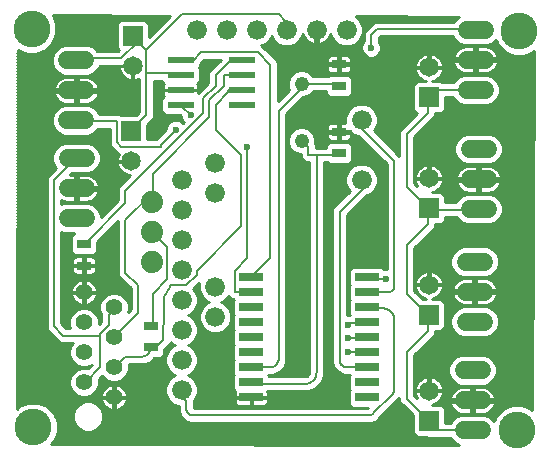
<source format=gtl>
G75*
%MOIN*%
%OFA0B0*%
%FSLAX24Y24*%
%IPPOS*%
%LPD*%
%AMOC8*
5,1,8,0,0,1.08239X$1,22.5*
%
%ADD10R,0.0870X0.0240*%
%ADD11R,0.0472X0.0315*%
%ADD12C,0.0480*%
%ADD13R,0.0800X0.0260*%
%ADD14C,0.0600*%
%ADD15R,0.0650X0.0650*%
%ADD16C,0.0650*%
%ADD17C,0.0660*%
%ADD18C,0.0560*%
%ADD19C,0.0740*%
%ADD20C,0.0079*%
%ADD21C,0.0236*%
%ADD22C,0.0100*%
%ADD23C,0.1227*%
D10*
X007978Y011930D03*
X007978Y012430D03*
X007978Y012930D03*
X007978Y013430D03*
X010038Y013430D03*
X010038Y012930D03*
X010038Y012430D03*
X010038Y011930D03*
D11*
X013258Y012576D03*
X013258Y013284D03*
X013258Y011034D03*
X013258Y010326D03*
X006983Y004559D03*
X006983Y003851D03*
X004758Y006576D03*
X004758Y007284D03*
D12*
X012008Y010730D03*
X012008Y012630D03*
D13*
X010328Y006180D03*
X010328Y005680D03*
X010328Y005180D03*
X010328Y004680D03*
X010328Y004180D03*
X010328Y003680D03*
X010328Y003180D03*
X010328Y002680D03*
X010328Y002180D03*
X014188Y002180D03*
X014188Y002680D03*
X014188Y003180D03*
X014188Y003680D03*
X014188Y004180D03*
X014188Y004680D03*
X014188Y005180D03*
X014188Y005680D03*
X014188Y006180D03*
D14*
X017483Y005705D02*
X018083Y005705D01*
X018083Y004705D02*
X017483Y004705D01*
X017408Y003080D02*
X018008Y003080D01*
X018008Y002080D02*
X017408Y002080D01*
X017408Y001080D02*
X018008Y001080D01*
X018083Y006705D02*
X017483Y006705D01*
X017608Y008455D02*
X018208Y008455D01*
X018208Y009455D02*
X017608Y009455D01*
X017608Y010455D02*
X018208Y010455D01*
X018108Y012430D02*
X017508Y012430D01*
X017508Y013430D02*
X018108Y013430D01*
X018108Y014430D02*
X017508Y014430D01*
X004800Y013415D02*
X004200Y013415D01*
X004200Y012415D02*
X004800Y012415D01*
X004800Y011415D02*
X004200Y011415D01*
X004208Y010158D02*
X004808Y010158D01*
X004808Y009158D02*
X004208Y009158D01*
X004208Y008158D02*
X004808Y008158D01*
D15*
X006333Y011055D03*
X006383Y014230D03*
X016258Y012180D03*
X016258Y008480D03*
X016258Y004930D03*
X016258Y001405D03*
D16*
X016258Y002405D03*
X016258Y005930D03*
X016258Y009480D03*
X016258Y013180D03*
X006383Y013230D03*
X006333Y010055D03*
D17*
X008008Y009430D03*
X009133Y008993D03*
X008008Y008430D03*
X008008Y007430D03*
X008008Y006430D03*
X009133Y005868D03*
X008008Y005430D03*
X009133Y004868D03*
X008008Y004430D03*
X008008Y003430D03*
X008008Y002430D03*
X014008Y009430D03*
X014008Y011430D03*
X013508Y014430D03*
X012508Y014430D03*
X011508Y014430D03*
X010508Y014430D03*
X009508Y014430D03*
X008508Y014430D03*
X009133Y009993D03*
D18*
X004758Y005680D03*
X005758Y005180D03*
X004758Y004680D03*
X005758Y004180D03*
X004758Y003680D03*
X005758Y003180D03*
X004758Y002680D03*
X005758Y002180D03*
D19*
X007008Y006680D03*
X007008Y007680D03*
X007008Y008680D03*
D20*
X007048Y009000D01*
X006138Y008090D01*
X006138Y006340D01*
X006558Y005920D01*
X006558Y005010D01*
X005788Y004240D01*
X005758Y004180D01*
X005578Y004590D02*
X005578Y004940D01*
X005718Y005080D01*
X005718Y005150D01*
X005758Y005180D01*
X005578Y004590D02*
X005298Y004310D01*
X005298Y004240D01*
X004068Y004240D01*
X003758Y004550D01*
X003758Y009420D01*
X004458Y010120D01*
X004508Y010158D01*
X005858Y010680D02*
X005998Y010540D01*
X007328Y010540D01*
X007328Y010610D01*
X007818Y011100D01*
X008308Y011590D02*
X008028Y011870D01*
X007978Y011930D01*
X008728Y012150D02*
X008728Y011660D01*
X006138Y009070D01*
X006138Y008650D01*
X004808Y007320D01*
X004758Y007284D01*
X007008Y007680D02*
X007048Y007740D01*
X007048Y007670D02*
X007008Y007680D01*
X007048Y007670D02*
X007538Y007180D01*
X007538Y006130D01*
X007048Y005640D01*
X007073Y004560D01*
X006983Y004559D01*
X007398Y004520D02*
X007398Y004100D01*
X007048Y003750D01*
X007023Y003810D01*
X006983Y003851D01*
X006980Y003816D01*
X006974Y003781D01*
X006964Y003748D01*
X006950Y003716D01*
X006933Y003685D01*
X006912Y003657D01*
X006889Y003631D01*
X006862Y003608D01*
X006834Y003587D01*
X006803Y003571D01*
X006770Y003557D01*
X006737Y003548D01*
X006702Y003542D01*
X006667Y003540D01*
X006138Y003540D01*
X005788Y003190D01*
X005758Y003180D01*
X005298Y003190D02*
X005298Y004240D01*
X005298Y003190D02*
X004808Y002700D01*
X004758Y002680D01*
X007398Y004520D02*
X007408Y004660D01*
X007408Y005525D01*
X007608Y005850D01*
X007608Y005920D01*
X008168Y005920D01*
X008518Y006270D01*
X008518Y006410D01*
X009988Y007880D01*
X009988Y010260D01*
X009148Y011100D01*
X009148Y011940D01*
X009568Y012360D01*
X009568Y012430D01*
X010038Y012430D01*
X009428Y012570D02*
X008938Y012080D01*
X008938Y011520D01*
X007048Y009630D01*
X007048Y009000D01*
X007048Y008720D01*
X007008Y008680D01*
X005858Y010680D02*
X005858Y011380D01*
X004528Y011380D01*
X004500Y011415D01*
X006333Y011055D02*
X006348Y011100D01*
X006838Y011590D01*
X006838Y012990D01*
X006838Y013760D01*
X008028Y014950D01*
X011246Y014950D01*
X011458Y014738D01*
X011458Y014460D01*
X011508Y014430D01*
X010548Y013690D02*
X008658Y013690D01*
X008378Y013410D01*
X008028Y013410D01*
X007978Y013430D01*
X007958Y012990D02*
X007978Y012930D01*
X007958Y012990D02*
X006838Y012990D01*
X005998Y013480D02*
X006558Y014040D01*
X006383Y014230D01*
X006418Y014180D01*
X006558Y014040D01*
X006838Y013760D01*
X005998Y013480D02*
X004528Y013480D01*
X004500Y013415D01*
X008728Y012150D02*
X009148Y012570D01*
X009148Y012920D01*
X009638Y013410D01*
X009988Y013410D01*
X010038Y013430D01*
X010038Y012930D02*
X009988Y012920D01*
X009428Y012920D01*
X009428Y012570D01*
X010548Y013690D02*
X010968Y013270D01*
X010968Y006830D01*
X010338Y006200D01*
X010328Y006180D01*
X010268Y005710D02*
X009778Y005710D01*
X009778Y006410D01*
X010198Y006830D01*
X010198Y010540D01*
X011248Y011730D02*
X011948Y012430D01*
X011948Y012570D01*
X012008Y012630D01*
X012018Y012640D01*
X013208Y012640D01*
X013258Y012576D01*
X014008Y011430D02*
X014048Y011380D01*
X014048Y011100D01*
X015098Y010050D01*
X015098Y005855D01*
X015096Y005832D01*
X015091Y005810D01*
X015082Y005789D01*
X015070Y005770D01*
X015056Y005752D01*
X015038Y005738D01*
X015019Y005726D01*
X014998Y005717D01*
X014976Y005712D01*
X014953Y005710D01*
X014188Y005710D01*
X014188Y005680D01*
X014188Y006130D02*
X014188Y006180D01*
X014188Y006200D01*
X014188Y006130D02*
X014818Y006130D01*
X015518Y005640D02*
X015518Y007250D01*
X016218Y007950D01*
X016218Y008440D01*
X016258Y008480D01*
X016218Y008510D01*
X015518Y009210D01*
X015518Y010960D01*
X016218Y011660D01*
X016218Y012150D01*
X016258Y012180D01*
X016288Y012220D01*
X016288Y012430D01*
X017808Y012430D01*
X017808Y014430D02*
X017758Y014460D01*
X014528Y014460D01*
X014328Y014260D01*
X014328Y013830D01*
X011248Y011730D02*
X011248Y003480D01*
X011246Y003448D01*
X011241Y003415D01*
X011232Y003384D01*
X011219Y003354D01*
X011204Y003326D01*
X011185Y003299D01*
X011163Y003275D01*
X011139Y003253D01*
X011112Y003234D01*
X011084Y003219D01*
X011054Y003206D01*
X011023Y003197D01*
X010990Y003192D01*
X010958Y003190D01*
X010338Y003190D01*
X010328Y003180D01*
X010328Y002680D02*
X010338Y002630D01*
X012126Y002630D01*
X012163Y002632D01*
X012201Y002637D01*
X012237Y002646D01*
X012272Y002659D01*
X012306Y002675D01*
X012338Y002694D01*
X012368Y002717D01*
X012396Y002742D01*
X012421Y002770D01*
X012444Y002800D01*
X012463Y002832D01*
X012479Y002866D01*
X012492Y002901D01*
X012501Y002937D01*
X012506Y002975D01*
X012508Y003012D01*
X012508Y010260D01*
X013208Y010260D01*
X013258Y010326D01*
X012508Y010260D02*
X012228Y010260D01*
X012228Y010540D01*
X012018Y010750D01*
X012008Y010730D01*
X014008Y009430D02*
X014048Y009420D01*
X014048Y009140D01*
X013278Y008370D01*
X013278Y003431D01*
X013280Y003402D01*
X013285Y003373D01*
X013294Y003346D01*
X013306Y003319D01*
X013321Y003294D01*
X013339Y003271D01*
X013359Y003251D01*
X013382Y003233D01*
X013407Y003218D01*
X013434Y003206D01*
X013461Y003197D01*
X013490Y003192D01*
X013519Y003190D01*
X014188Y003190D01*
X014188Y003180D01*
X014188Y003680D02*
X013558Y003680D01*
X013558Y004170D02*
X014188Y004170D01*
X014188Y004180D01*
X014188Y004660D02*
X013558Y004660D01*
X013558Y004590D01*
X014188Y004660D02*
X014188Y004680D01*
X014718Y005150D02*
X014755Y005148D01*
X014792Y005143D01*
X014828Y005134D01*
X014863Y005121D01*
X014897Y005105D01*
X014929Y005086D01*
X014959Y005064D01*
X014987Y005039D01*
X015012Y005011D01*
X015034Y004981D01*
X015053Y004949D01*
X015069Y004915D01*
X015082Y004880D01*
X015091Y004844D01*
X015096Y004807D01*
X015098Y004770D01*
X015098Y002456D01*
X015023Y002275D02*
X014407Y001659D01*
X014217Y001580D02*
X008385Y001580D01*
X008357Y001582D01*
X008329Y001587D01*
X008302Y001597D01*
X008277Y001609D01*
X008253Y001625D01*
X008232Y001644D01*
X008213Y001665D01*
X008197Y001689D01*
X008185Y001714D01*
X008175Y001741D01*
X008170Y001769D01*
X008168Y001797D01*
X008168Y002070D01*
X007958Y002280D01*
X007958Y002420D01*
X008008Y002430D01*
X010268Y005710D02*
X010328Y005680D01*
X014188Y005180D02*
X014188Y005150D01*
X014718Y005150D01*
X015518Y005640D02*
X016218Y004940D01*
X016258Y004930D01*
X016218Y004870D01*
X016218Y004380D01*
X015518Y003680D01*
X015518Y002140D01*
X016218Y001440D01*
X016258Y001405D01*
X016288Y001370D01*
X016288Y001090D01*
X017688Y001090D01*
X017708Y001080D01*
X015023Y002276D02*
X015042Y002297D01*
X015059Y002320D01*
X015073Y002345D01*
X015084Y002372D01*
X015092Y002399D01*
X015096Y002427D01*
X015098Y002456D01*
X014407Y001659D02*
X014385Y001639D01*
X014360Y001621D01*
X014334Y001607D01*
X014306Y001595D01*
X014277Y001587D01*
X014247Y001582D01*
X014217Y001580D01*
X016288Y008440D02*
X016258Y008480D01*
X016288Y008440D02*
X017898Y008440D01*
X017908Y008455D01*
D21*
X014818Y006130D03*
X013558Y004590D03*
X013558Y004170D03*
X013558Y003680D03*
X010198Y010540D03*
X008308Y011590D03*
X007818Y011100D03*
X007320Y011546D03*
X014328Y013830D03*
D22*
X002541Y013758D02*
X002520Y001807D01*
X002592Y001878D01*
X002894Y002003D01*
X003222Y002003D01*
X003524Y001878D01*
X003756Y001646D01*
X003881Y001344D01*
X003881Y001016D01*
X003756Y000714D01*
X003656Y000613D01*
X017249Y000594D01*
X017119Y000648D01*
X016976Y000791D01*
X016955Y000841D01*
X016238Y000841D01*
X016167Y000870D01*
X015846Y000870D01*
X015723Y000993D01*
X015723Y001582D01*
X015377Y001929D01*
X015307Y001999D01*
X015269Y002090D01*
X015269Y002168D01*
X015235Y002134D01*
X015207Y002106D01*
X015200Y002099D01*
X015190Y002089D01*
X015165Y002064D01*
X014618Y001518D01*
X014618Y001518D01*
X014583Y001482D01*
X014510Y001410D01*
X014510Y001410D01*
X014320Y001331D01*
X008292Y001331D01*
X008121Y001402D01*
X008121Y001402D01*
X007990Y001533D01*
X007990Y001533D01*
X007919Y001704D01*
X007919Y001890D01*
X007901Y001890D01*
X007702Y001972D01*
X007550Y002124D01*
X007468Y002323D01*
X007468Y002537D01*
X007550Y002736D01*
X007702Y002888D01*
X007804Y002930D01*
X007702Y002972D01*
X007550Y003124D01*
X007468Y003323D01*
X007468Y003537D01*
X007550Y003736D01*
X007702Y003888D01*
X007804Y003930D01*
X007702Y003972D01*
X007641Y004034D01*
X007609Y003959D01*
X007429Y003779D01*
X007429Y003606D01*
X007306Y003483D01*
X007094Y003483D01*
X006984Y003375D01*
X006984Y003375D01*
X006779Y003291D01*
X006243Y003291D01*
X006248Y003277D01*
X006248Y003083D01*
X006173Y002902D01*
X006036Y002765D01*
X005855Y002690D01*
X005661Y002690D01*
X005480Y002765D01*
X005353Y002892D01*
X005245Y002784D01*
X005248Y002777D01*
X005248Y002583D01*
X005173Y002402D01*
X005036Y002265D01*
X004855Y002190D01*
X004661Y002190D01*
X004480Y002265D01*
X004343Y002402D01*
X004268Y002583D01*
X004268Y002777D01*
X004343Y002958D01*
X004480Y003095D01*
X004661Y003170D01*
X004855Y003170D01*
X004905Y003150D01*
X005009Y003254D01*
X004855Y003190D01*
X004661Y003190D01*
X004480Y003265D01*
X004343Y003402D01*
X004268Y003583D01*
X004268Y003777D01*
X004343Y003958D01*
X004376Y003991D01*
X004019Y003991D01*
X003927Y004029D01*
X003857Y004099D01*
X003547Y004409D01*
X003509Y004501D01*
X003509Y009470D01*
X003547Y009561D01*
X003815Y009830D01*
X003776Y009869D01*
X003698Y010057D01*
X003698Y010259D01*
X003776Y010447D01*
X003919Y010590D01*
X004107Y010668D01*
X004909Y010668D01*
X005097Y010590D01*
X005240Y010447D01*
X005318Y010259D01*
X005318Y010057D01*
X005240Y009869D01*
X005097Y009726D01*
X004909Y009648D01*
X004339Y009648D01*
X004299Y009608D01*
X004458Y009608D01*
X004458Y009208D01*
X004558Y009208D01*
X005256Y009208D01*
X005247Y009263D01*
X005225Y009331D01*
X005193Y009394D01*
X005151Y009451D01*
X005101Y009501D01*
X005044Y009543D01*
X004981Y009575D01*
X004913Y009597D01*
X004843Y009608D01*
X004558Y009608D01*
X004558Y009208D01*
X004558Y009108D01*
X005256Y009108D01*
X005247Y009053D01*
X005225Y008985D01*
X005193Y008922D01*
X005151Y008865D01*
X005101Y008815D01*
X005044Y008773D01*
X004981Y008741D01*
X004913Y008719D01*
X004843Y008708D01*
X004558Y008708D01*
X004558Y009108D01*
X004458Y009108D01*
X004458Y008708D01*
X004173Y008708D01*
X004103Y008719D01*
X004035Y008741D01*
X004007Y008755D01*
X004007Y008627D01*
X004107Y008668D01*
X004909Y008668D01*
X005097Y008590D01*
X005240Y008447D01*
X005318Y008259D01*
X005318Y008183D01*
X005889Y008753D01*
X005889Y009120D01*
X005927Y009211D01*
X005997Y009281D01*
X005997Y009281D01*
X006295Y009580D01*
X006222Y009592D01*
X006151Y009615D01*
X006084Y009649D01*
X006024Y009693D01*
X005971Y009746D01*
X005927Y009806D01*
X005893Y009873D01*
X005870Y009944D01*
X005858Y010018D01*
X005858Y010036D01*
X006314Y010036D01*
X006314Y010074D01*
X005858Y010074D01*
X005858Y010092D01*
X005870Y010166D01*
X005893Y010237D01*
X005925Y010300D01*
X005857Y010329D01*
X005787Y010399D01*
X005647Y010539D01*
X005609Y010630D01*
X005609Y011131D01*
X005234Y011131D01*
X005232Y011126D01*
X005089Y010983D01*
X004901Y010905D01*
X004099Y010905D01*
X003911Y010983D01*
X003768Y011126D01*
X003690Y011314D01*
X003690Y011516D01*
X003768Y011704D01*
X003911Y011847D01*
X004099Y011925D01*
X004901Y011925D01*
X005089Y011847D01*
X005232Y011704D01*
X005263Y011629D01*
X005908Y011629D01*
X005999Y011591D01*
X006001Y011590D01*
X006485Y011590D01*
X006589Y011693D01*
X006589Y012802D01*
X006565Y012790D01*
X006494Y012767D01*
X006420Y012755D01*
X006402Y012755D01*
X006402Y013211D01*
X006364Y013211D01*
X006364Y012755D01*
X006346Y012755D01*
X006272Y012767D01*
X006201Y012790D01*
X006134Y012824D01*
X006074Y012868D01*
X006021Y012921D01*
X005977Y012981D01*
X005943Y013048D01*
X005920Y013119D01*
X005908Y013193D01*
X005908Y013211D01*
X006364Y013211D01*
X006364Y013249D01*
X006092Y013249D01*
X006048Y013231D01*
X005276Y013231D01*
X005232Y013126D01*
X005089Y012983D01*
X004901Y012905D01*
X004099Y012905D01*
X003911Y012983D01*
X003768Y013126D01*
X003690Y013314D01*
X003690Y013516D01*
X003768Y013704D01*
X003911Y013847D01*
X004099Y013925D01*
X004901Y013925D01*
X005089Y013847D01*
X005207Y013729D01*
X005895Y013729D01*
X005916Y013750D01*
X005848Y013818D01*
X005848Y014642D01*
X005971Y014765D01*
X006795Y014765D01*
X006918Y014642D01*
X006918Y014193D01*
X007626Y014901D01*
X003710Y014912D01*
X003831Y014619D01*
X003831Y014291D01*
X003706Y013989D01*
X003474Y013757D01*
X003172Y013632D01*
X002844Y013632D01*
X002542Y013757D01*
X002541Y013758D01*
X002541Y013744D02*
X002574Y013744D01*
X002540Y013645D02*
X002812Y013645D01*
X002540Y013547D02*
X003702Y013547D01*
X003690Y013448D02*
X002540Y013448D01*
X002540Y013350D02*
X003690Y013350D01*
X003716Y013251D02*
X002540Y013251D01*
X002540Y013153D02*
X003757Y013153D01*
X003840Y013054D02*
X002539Y013054D01*
X002539Y012956D02*
X003977Y012956D01*
X004027Y012832D02*
X003964Y012800D01*
X003907Y012758D01*
X003857Y012708D01*
X003815Y012651D01*
X003783Y012588D01*
X003761Y012520D01*
X003752Y012465D01*
X004450Y012465D01*
X004450Y012865D01*
X004165Y012865D01*
X004095Y012854D01*
X004027Y012832D01*
X004114Y012857D02*
X002539Y012857D01*
X002539Y012759D02*
X003907Y012759D01*
X003822Y012660D02*
X002539Y012660D01*
X002539Y012562D02*
X003774Y012562D01*
X003752Y012365D02*
X003761Y012310D01*
X003783Y012242D01*
X003815Y012179D01*
X003857Y012122D01*
X003907Y012072D01*
X003964Y012030D01*
X004027Y011998D01*
X004095Y011976D01*
X004165Y011965D01*
X004450Y011965D01*
X004450Y012365D01*
X004550Y012365D01*
X004550Y012465D01*
X004450Y012465D01*
X004450Y012365D01*
X003752Y012365D01*
X002538Y012365D01*
X002538Y012463D02*
X004450Y012463D01*
X004450Y012365D02*
X004550Y012365D01*
X005248Y012365D01*
X005239Y012310D01*
X005217Y012242D01*
X005185Y012179D01*
X005143Y012122D01*
X005093Y012072D01*
X005036Y012030D01*
X004973Y011998D01*
X004905Y011976D01*
X004835Y011965D01*
X004550Y011965D01*
X004550Y012365D01*
X004550Y012463D02*
X006589Y012463D01*
X006589Y012365D02*
X005248Y012365D01*
X005248Y012465D02*
X005239Y012520D01*
X005217Y012588D01*
X005185Y012651D01*
X005143Y012708D01*
X005093Y012758D01*
X005036Y012800D01*
X004973Y012832D01*
X004905Y012854D01*
X004835Y012865D01*
X004550Y012865D01*
X004550Y012465D01*
X005248Y012465D01*
X005226Y012562D02*
X006589Y012562D01*
X006589Y012660D02*
X005178Y012660D01*
X005093Y012759D02*
X006323Y012759D01*
X006364Y012759D02*
X006402Y012759D01*
X006443Y012759D02*
X006589Y012759D01*
X006402Y012857D02*
X006364Y012857D01*
X006364Y012956D02*
X006402Y012956D01*
X006402Y013054D02*
X006364Y013054D01*
X006364Y013153D02*
X006402Y013153D01*
X006088Y012857D02*
X004886Y012857D01*
X005023Y012956D02*
X005995Y012956D01*
X005941Y013054D02*
X005160Y013054D01*
X005243Y013153D02*
X005914Y013153D01*
X005909Y013744D02*
X005193Y013744D01*
X005094Y013842D02*
X005848Y013842D01*
X005848Y013941D02*
X003658Y013941D01*
X003727Y014039D02*
X005848Y014039D01*
X005848Y014138D02*
X003768Y014138D01*
X003809Y014236D02*
X005848Y014236D01*
X005848Y014335D02*
X003831Y014335D01*
X003831Y014433D02*
X005848Y014433D01*
X005848Y014532D02*
X003831Y014532D01*
X003827Y014630D02*
X005848Y014630D01*
X005935Y014729D02*
X003786Y014729D01*
X003745Y014827D02*
X007552Y014827D01*
X007454Y014729D02*
X006831Y014729D01*
X006918Y014630D02*
X007355Y014630D01*
X007257Y014532D02*
X006918Y014532D01*
X006918Y014433D02*
X007158Y014433D01*
X007060Y014335D02*
X006918Y014335D01*
X006918Y014236D02*
X006961Y014236D01*
X008623Y013302D02*
X008623Y013223D01*
X008580Y013180D01*
X008623Y013137D01*
X008623Y012723D01*
X008536Y012636D01*
X008553Y012608D01*
X008563Y012570D01*
X008563Y012440D01*
X007988Y012440D01*
X007988Y012420D01*
X008563Y012420D01*
X008563Y012338D01*
X008899Y012673D01*
X008899Y012970D01*
X008937Y013061D01*
X009316Y013441D01*
X008761Y013441D01*
X008623Y013302D01*
X008623Y013251D02*
X009126Y013251D01*
X009028Y013153D02*
X008607Y013153D01*
X008623Y013054D02*
X008934Y013054D01*
X008899Y012956D02*
X008623Y012956D01*
X008623Y012857D02*
X008899Y012857D01*
X008899Y012759D02*
X008623Y012759D01*
X008560Y012660D02*
X008885Y012660D01*
X008787Y012562D02*
X008563Y012562D01*
X008563Y012463D02*
X008688Y012463D01*
X008590Y012365D02*
X008563Y012365D01*
X007968Y012420D02*
X007393Y012420D01*
X007393Y012290D01*
X007403Y012252D01*
X007420Y012224D01*
X007333Y012137D01*
X007333Y011723D01*
X007456Y011600D01*
X007945Y011600D01*
X007980Y011565D01*
X007980Y011525D01*
X008030Y011404D01*
X008075Y011359D01*
X008049Y011333D01*
X008004Y011378D01*
X007883Y011428D01*
X007753Y011428D01*
X007632Y011378D01*
X007540Y011286D01*
X007490Y011165D01*
X007490Y011125D01*
X007155Y010789D01*
X006868Y010789D01*
X006868Y011267D01*
X006979Y011379D01*
X007049Y011449D01*
X007087Y011540D01*
X007087Y012741D01*
X007333Y012741D01*
X007333Y012723D01*
X007420Y012636D01*
X007403Y012608D01*
X007393Y012570D01*
X007393Y012440D01*
X007968Y012440D01*
X007968Y012420D01*
X007399Y012266D02*
X007087Y012266D01*
X007087Y012168D02*
X007364Y012168D01*
X007333Y012069D02*
X007087Y012069D01*
X007087Y011971D02*
X007333Y011971D01*
X007333Y011872D02*
X007087Y011872D01*
X007087Y011774D02*
X007333Y011774D01*
X007381Y011675D02*
X007087Y011675D01*
X007087Y011577D02*
X007969Y011577D01*
X007999Y011478D02*
X007062Y011478D01*
X006980Y011380D02*
X007635Y011380D01*
X007538Y011281D02*
X006882Y011281D01*
X006868Y011183D02*
X007497Y011183D01*
X007449Y011084D02*
X006868Y011084D01*
X006868Y010986D02*
X007351Y010986D01*
X007252Y010887D02*
X006868Y010887D01*
X005923Y010296D02*
X005303Y010296D01*
X005318Y010198D02*
X005880Y010198D01*
X005859Y010099D02*
X005318Y010099D01*
X005295Y010001D02*
X005861Y010001D01*
X005883Y009902D02*
X005254Y009902D01*
X005175Y009804D02*
X005929Y009804D01*
X006011Y009705D02*
X005047Y009705D01*
X005092Y009508D02*
X006223Y009508D01*
X006176Y009607D02*
X004853Y009607D01*
X004558Y009607D02*
X004458Y009607D01*
X004458Y009508D02*
X004558Y009508D01*
X004558Y009410D02*
X004458Y009410D01*
X004458Y009311D02*
X004558Y009311D01*
X004558Y009213D02*
X004458Y009213D01*
X004558Y009114D02*
X005889Y009114D01*
X005889Y009016D02*
X005235Y009016D01*
X005189Y008917D02*
X005889Y008917D01*
X005889Y008819D02*
X005105Y008819D01*
X004916Y008720D02*
X005855Y008720D01*
X005757Y008622D02*
X005022Y008622D01*
X005164Y008523D02*
X005658Y008523D01*
X005560Y008425D02*
X005250Y008425D01*
X005290Y008326D02*
X005461Y008326D01*
X005363Y008228D02*
X005318Y008228D01*
X005674Y007834D02*
X005889Y007834D01*
X005889Y007932D02*
X005773Y007932D01*
X005871Y008031D02*
X005889Y008031D01*
X005889Y008048D02*
X005889Y006290D01*
X005927Y006199D01*
X005997Y006129D01*
X006309Y005817D01*
X006309Y005113D01*
X006227Y005032D01*
X006248Y005083D01*
X006248Y005277D01*
X006173Y005458D01*
X006036Y005595D01*
X005855Y005670D01*
X005661Y005670D01*
X005480Y005595D01*
X005343Y005458D01*
X005268Y005277D01*
X005268Y005083D01*
X005329Y004936D01*
X005329Y004693D01*
X005248Y004613D01*
X005248Y004777D01*
X005173Y004958D01*
X005036Y005095D01*
X004855Y005170D01*
X004661Y005170D01*
X004480Y005095D01*
X004343Y004958D01*
X004268Y004777D01*
X004268Y004583D01*
X004078Y004583D01*
X004007Y004654D02*
X004172Y004489D01*
X004307Y004489D01*
X004268Y004583D01*
X004268Y004682D02*
X004007Y004682D01*
X004007Y004654D02*
X004007Y007689D01*
X004107Y007648D01*
X004431Y007648D01*
X004312Y007529D01*
X004312Y007040D01*
X004435Y006917D01*
X005081Y006917D01*
X005204Y007040D01*
X005204Y007364D01*
X005889Y008048D01*
X005889Y007735D02*
X005576Y007735D01*
X005477Y007637D02*
X005889Y007637D01*
X005889Y007538D02*
X005379Y007538D01*
X005280Y007440D02*
X005889Y007440D01*
X005889Y007341D02*
X005204Y007341D01*
X005204Y007243D02*
X005889Y007243D01*
X005889Y007144D02*
X005204Y007144D01*
X005204Y007046D02*
X005889Y007046D01*
X005889Y006947D02*
X005111Y006947D01*
X005052Y006873D02*
X005014Y006883D01*
X004787Y006883D01*
X004787Y006604D01*
X005144Y006604D01*
X005144Y006753D01*
X005134Y006791D01*
X005114Y006825D01*
X005086Y006853D01*
X005052Y006873D01*
X005091Y006849D02*
X005889Y006849D01*
X005889Y006750D02*
X005144Y006750D01*
X005144Y006652D02*
X005889Y006652D01*
X005889Y006553D02*
X004787Y006553D01*
X004787Y006547D02*
X004787Y006604D01*
X004729Y006604D01*
X004729Y006547D01*
X004372Y006547D01*
X004372Y006398D01*
X004382Y006360D01*
X004402Y006326D01*
X004430Y006298D01*
X004464Y006278D01*
X004502Y006268D01*
X004729Y006268D01*
X004729Y006547D01*
X004787Y006547D01*
X005144Y006547D01*
X005144Y006398D01*
X005134Y006360D01*
X005114Y006326D01*
X005086Y006298D01*
X005052Y006278D01*
X005014Y006268D01*
X004787Y006268D01*
X004787Y006547D01*
X004729Y006553D02*
X004007Y006553D01*
X004007Y006455D02*
X004372Y006455D01*
X004384Y006356D02*
X004007Y006356D01*
X004007Y006258D02*
X005902Y006258D01*
X005889Y006356D02*
X005132Y006356D01*
X005144Y006455D02*
X005889Y006455D01*
X005966Y006159D02*
X004007Y006159D01*
X004007Y006061D02*
X004558Y006061D01*
X004533Y006048D02*
X004593Y006078D01*
X004657Y006099D01*
X004724Y006110D01*
X004729Y006110D01*
X004729Y005709D01*
X004787Y005709D01*
X004787Y006110D01*
X004792Y006110D01*
X004859Y006099D01*
X004923Y006078D01*
X004983Y006048D01*
X005038Y006008D01*
X005086Y005960D01*
X005126Y005905D01*
X005156Y005845D01*
X005177Y005781D01*
X005188Y005714D01*
X005188Y005709D01*
X004787Y005709D01*
X004787Y005651D01*
X005188Y005651D01*
X005188Y005646D01*
X005177Y005579D01*
X005156Y005515D01*
X005126Y005455D01*
X005086Y005400D01*
X005038Y005352D01*
X004983Y005312D01*
X004923Y005282D01*
X004859Y005261D01*
X004792Y005250D01*
X004787Y005250D01*
X004787Y005651D01*
X004729Y005651D01*
X004328Y005651D01*
X004328Y005646D01*
X004339Y005579D01*
X004360Y005515D01*
X004390Y005455D01*
X004430Y005400D01*
X004478Y005352D01*
X004533Y005312D01*
X004593Y005282D01*
X004657Y005261D01*
X004724Y005250D01*
X004729Y005250D01*
X004729Y005651D01*
X004729Y005709D01*
X004328Y005709D01*
X004328Y005714D01*
X004339Y005781D01*
X004360Y005845D01*
X004390Y005905D01*
X004430Y005960D01*
X004478Y006008D01*
X004533Y006048D01*
X004432Y005962D02*
X004007Y005962D01*
X004007Y005864D02*
X004369Y005864D01*
X004336Y005765D02*
X004007Y005765D01*
X004007Y005667D02*
X004729Y005667D01*
X004787Y005667D02*
X005652Y005667D01*
X005864Y005667D02*
X006309Y005667D01*
X006309Y005765D02*
X005180Y005765D01*
X005147Y005864D02*
X006262Y005864D01*
X006163Y005962D02*
X005084Y005962D01*
X004958Y006061D02*
X006065Y006061D01*
X006063Y005568D02*
X006309Y005568D01*
X006309Y005470D02*
X006161Y005470D01*
X006209Y005371D02*
X006309Y005371D01*
X006309Y005273D02*
X006248Y005273D01*
X006248Y005174D02*
X006309Y005174D01*
X006271Y005076D02*
X006245Y005076D01*
X005453Y005568D02*
X005174Y005568D01*
X005133Y005470D02*
X005355Y005470D01*
X005307Y005371D02*
X005057Y005371D01*
X004895Y005273D02*
X005268Y005273D01*
X005268Y005174D02*
X004007Y005174D01*
X004007Y005076D02*
X004461Y005076D01*
X004362Y004977D02*
X004007Y004977D01*
X004007Y004879D02*
X004310Y004879D01*
X004269Y004780D02*
X004007Y004780D01*
X003509Y004780D02*
X002525Y004780D01*
X002525Y004682D02*
X003509Y004682D01*
X003509Y004583D02*
X002525Y004583D01*
X002525Y004485D02*
X003515Y004485D01*
X003570Y004386D02*
X002525Y004386D01*
X002525Y004288D02*
X003668Y004288D01*
X003767Y004189D02*
X002524Y004189D01*
X002524Y004091D02*
X003865Y004091D01*
X004016Y003992D02*
X002524Y003992D01*
X002524Y003894D02*
X004316Y003894D01*
X004275Y003795D02*
X002524Y003795D01*
X002524Y003697D02*
X004268Y003697D01*
X004268Y003598D02*
X002523Y003598D01*
X002523Y003500D02*
X004302Y003500D01*
X004344Y003401D02*
X002523Y003401D01*
X002523Y003303D02*
X004443Y003303D01*
X004505Y003106D02*
X002523Y003106D01*
X002523Y003204D02*
X004627Y003204D01*
X004889Y003204D02*
X004959Y003204D01*
X005271Y002810D02*
X005435Y002810D01*
X005609Y002712D02*
X005248Y002712D01*
X005248Y002613D02*
X007499Y002613D01*
X007468Y002515D02*
X006029Y002515D01*
X006038Y002508D02*
X005983Y002548D01*
X005923Y002578D01*
X005859Y002599D01*
X005792Y002610D01*
X005787Y002610D01*
X005787Y002209D01*
X005729Y002209D01*
X005729Y002610D01*
X005724Y002610D01*
X005657Y002599D01*
X005593Y002578D01*
X005533Y002548D01*
X005478Y002508D01*
X005430Y002460D01*
X005390Y002405D01*
X005360Y002345D01*
X005339Y002281D01*
X005328Y002214D01*
X005328Y002209D01*
X005729Y002209D01*
X005729Y002151D01*
X005328Y002151D01*
X005328Y002146D01*
X005339Y002079D01*
X005360Y002015D01*
X005390Y001955D01*
X005430Y001900D01*
X005478Y001852D01*
X005533Y001812D01*
X005593Y001782D01*
X005657Y001761D01*
X005724Y001750D01*
X005729Y001750D01*
X005729Y002151D01*
X005787Y002151D01*
X005787Y002209D01*
X006188Y002209D01*
X006188Y002214D01*
X006177Y002281D01*
X006156Y002345D01*
X006126Y002405D01*
X006086Y002460D01*
X006038Y002508D01*
X006118Y002416D02*
X007468Y002416D01*
X007470Y002318D02*
X006165Y002318D01*
X006187Y002219D02*
X007511Y002219D01*
X007554Y002121D02*
X006184Y002121D01*
X006188Y002146D02*
X006188Y002151D01*
X005787Y002151D01*
X005787Y001750D01*
X005792Y001750D01*
X005859Y001761D01*
X005923Y001782D01*
X005983Y001812D01*
X006038Y001852D01*
X006086Y001900D01*
X006126Y001955D01*
X006156Y002015D01*
X006177Y002079D01*
X006188Y002146D01*
X006159Y002022D02*
X007652Y002022D01*
X007820Y001924D02*
X006103Y001924D01*
X006001Y001825D02*
X007919Y001825D01*
X007919Y001727D02*
X005372Y001727D01*
X005407Y001643D02*
X005330Y001828D01*
X005188Y001971D01*
X005002Y002047D01*
X004801Y002047D01*
X004615Y001971D01*
X004473Y001828D01*
X004396Y001643D01*
X004396Y001442D01*
X004473Y001256D01*
X004615Y001114D01*
X004801Y001037D01*
X003881Y001037D01*
X003881Y001136D02*
X004594Y001136D01*
X004495Y001234D02*
X003881Y001234D01*
X003881Y001333D02*
X004442Y001333D01*
X004401Y001431D02*
X003845Y001431D01*
X003804Y001530D02*
X004396Y001530D01*
X004396Y001628D02*
X003764Y001628D01*
X003676Y001727D02*
X004431Y001727D01*
X004472Y001825D02*
X003577Y001825D01*
X003415Y001924D02*
X004568Y001924D01*
X004740Y002022D02*
X002521Y002022D01*
X002521Y001924D02*
X002701Y001924D01*
X002539Y001825D02*
X002520Y001825D01*
X002521Y002121D02*
X005332Y002121D01*
X005329Y002219D02*
X004926Y002219D01*
X005088Y002318D02*
X005351Y002318D01*
X005398Y002416D02*
X005179Y002416D01*
X005220Y002515D02*
X005487Y002515D01*
X005729Y002515D02*
X005787Y002515D01*
X005787Y002416D02*
X005729Y002416D01*
X005729Y002318D02*
X005787Y002318D01*
X005787Y002219D02*
X005729Y002219D01*
X005729Y002121D02*
X005787Y002121D01*
X005787Y002022D02*
X005729Y002022D01*
X005729Y001924D02*
X005787Y001924D01*
X005787Y001825D02*
X005729Y001825D01*
X005515Y001825D02*
X005331Y001825D01*
X005413Y001924D02*
X005235Y001924D01*
X005357Y002022D02*
X005064Y002022D01*
X005407Y001643D02*
X005407Y001442D01*
X005330Y001256D01*
X005188Y001114D01*
X005002Y001037D01*
X004801Y001037D01*
X005002Y001037D02*
X015723Y001037D01*
X015723Y001136D02*
X005210Y001136D01*
X005308Y001234D02*
X015723Y001234D01*
X015723Y001333D02*
X014324Y001333D01*
X014532Y001431D02*
X015723Y001431D01*
X015723Y001530D02*
X014630Y001530D01*
X014729Y001628D02*
X015677Y001628D01*
X015579Y001727D02*
X014827Y001727D01*
X014926Y001825D02*
X015480Y001825D01*
X015382Y001924D02*
X015024Y001924D01*
X015123Y002022D02*
X015297Y002022D01*
X015269Y002121D02*
X015221Y002121D01*
X015767Y002243D02*
X015849Y002162D01*
X015818Y002223D01*
X015795Y002294D01*
X015783Y002368D01*
X015783Y002386D01*
X016239Y002386D01*
X016239Y002424D01*
X016239Y002880D01*
X016221Y002880D01*
X016147Y002868D01*
X016076Y002845D01*
X016009Y002811D01*
X015949Y002767D01*
X015896Y002714D01*
X015852Y002654D01*
X015818Y002587D01*
X015795Y002516D01*
X015783Y002442D01*
X015783Y002424D01*
X016239Y002424D01*
X016277Y002424D01*
X016277Y002880D01*
X016295Y002880D01*
X016369Y002868D01*
X016440Y002845D01*
X016507Y002811D01*
X016567Y002767D01*
X016620Y002714D01*
X016664Y002654D01*
X016698Y002587D01*
X016721Y002516D01*
X016733Y002442D01*
X016733Y002424D01*
X016277Y002424D01*
X016277Y002386D01*
X016733Y002386D01*
X016733Y002368D01*
X016721Y002294D01*
X016698Y002223D01*
X016664Y002156D01*
X016620Y002096D01*
X016567Y002043D01*
X016507Y001999D01*
X016440Y001965D01*
X016369Y001942D01*
X016359Y001940D01*
X016670Y001940D01*
X016793Y001817D01*
X016793Y001339D01*
X016963Y001339D01*
X016976Y001369D01*
X017119Y001512D01*
X017307Y001590D01*
X018109Y001590D01*
X018297Y001512D01*
X018413Y001397D01*
X018485Y001571D01*
X018717Y001803D01*
X019019Y001928D01*
X019347Y001928D01*
X019649Y001803D01*
X019678Y001775D01*
X019759Y013716D01*
X019724Y013682D01*
X019422Y013557D01*
X019094Y013557D01*
X018792Y013682D01*
X018560Y013914D01*
X018488Y014088D01*
X018397Y013998D01*
X018209Y013920D01*
X017407Y013920D01*
X017219Y013998D01*
X017076Y014141D01*
X017047Y014211D01*
X014631Y014211D01*
X014577Y014157D01*
X014577Y014045D01*
X014606Y014016D01*
X014656Y013895D01*
X014656Y013765D01*
X014606Y013644D01*
X014514Y013552D01*
X014393Y013502D01*
X014263Y013502D01*
X014142Y013552D01*
X014050Y013644D01*
X014000Y013765D01*
X014000Y013895D01*
X014050Y014016D01*
X014079Y014045D01*
X014079Y014310D01*
X014117Y014401D01*
X014387Y014671D01*
X014478Y014709D01*
X017072Y014709D01*
X017076Y014719D01*
X017219Y014862D01*
X017247Y014874D01*
X013818Y014884D01*
X013966Y014736D01*
X014048Y014537D01*
X014048Y014323D01*
X013966Y014124D01*
X013814Y013972D01*
X013615Y013890D01*
X013401Y013890D01*
X013202Y013972D01*
X013050Y014124D01*
X012973Y014309D01*
X012953Y014246D01*
X012919Y014178D01*
X012874Y014117D01*
X012821Y014064D01*
X012760Y014019D01*
X012692Y013985D01*
X012620Y013962D01*
X012558Y013952D01*
X012558Y014380D01*
X012458Y014380D01*
X012458Y013952D01*
X012396Y013962D01*
X012324Y013985D01*
X012256Y014019D01*
X012195Y014064D01*
X012142Y014117D01*
X012097Y014178D01*
X012063Y014246D01*
X012043Y014309D01*
X011966Y014124D01*
X011814Y013972D01*
X011615Y013890D01*
X011401Y013890D01*
X011202Y013972D01*
X011050Y014124D01*
X011008Y014226D01*
X010966Y014124D01*
X010814Y013972D01*
X010666Y013911D01*
X010689Y013901D01*
X010759Y013831D01*
X011179Y013411D01*
X011217Y013320D01*
X011217Y012052D01*
X011601Y012436D01*
X011558Y012540D01*
X011558Y012720D01*
X011627Y012885D01*
X011753Y013011D01*
X011918Y013080D01*
X012098Y013080D01*
X012263Y013011D01*
X012385Y012889D01*
X012881Y012889D01*
X012935Y012943D01*
X013581Y012943D01*
X013704Y012820D01*
X013704Y012331D01*
X013581Y012208D01*
X012935Y012208D01*
X012812Y012331D01*
X012812Y012391D01*
X012396Y012391D01*
X012389Y012375D01*
X012263Y012249D01*
X012098Y012180D01*
X012051Y012180D01*
X011497Y011627D01*
X011497Y003373D01*
X011415Y003175D01*
X011415Y003175D01*
X011263Y003023D01*
X011065Y002941D01*
X011065Y002941D01*
X010916Y002941D01*
X010905Y002930D01*
X010938Y002897D01*
X010938Y002879D01*
X012126Y002879D01*
X012152Y002882D01*
X012200Y002902D01*
X012236Y002938D01*
X012256Y002986D01*
X012259Y003012D01*
X012259Y010011D01*
X012178Y010011D01*
X012087Y010049D01*
X012017Y010119D01*
X011979Y010210D01*
X011979Y010280D01*
X011918Y010280D01*
X011753Y010349D01*
X011627Y010475D01*
X011558Y010640D01*
X011558Y010820D01*
X011627Y010985D01*
X011753Y011111D01*
X011918Y011180D01*
X012098Y011180D01*
X012263Y011111D01*
X012389Y010985D01*
X012458Y010820D01*
X012458Y010640D01*
X012457Y010638D01*
X012477Y010590D01*
X012477Y010509D01*
X012812Y010509D01*
X012812Y010570D01*
X012935Y010693D01*
X013581Y010693D01*
X013704Y010570D01*
X013704Y010081D01*
X013581Y009958D01*
X012935Y009958D01*
X012882Y010011D01*
X012757Y010011D01*
X012757Y002886D01*
X012661Y002654D01*
X012661Y002654D01*
X012484Y002477D01*
X012484Y002477D01*
X012252Y002381D01*
X012176Y002381D01*
X010860Y002381D01*
X010868Y002368D01*
X010878Y002330D01*
X010878Y002195D01*
X010343Y002195D01*
X010343Y002165D01*
X010878Y002165D01*
X010878Y002030D01*
X010868Y001992D01*
X010848Y001958D01*
X010820Y001930D01*
X010786Y001910D01*
X010748Y001900D01*
X010343Y001900D01*
X010343Y002165D01*
X010313Y002165D01*
X010313Y001900D01*
X009908Y001900D01*
X009870Y001910D01*
X009836Y001930D01*
X009808Y001958D01*
X009788Y001992D01*
X009778Y002030D01*
X009778Y002165D01*
X010313Y002165D01*
X010313Y002195D01*
X009778Y002195D01*
X009778Y002330D01*
X009788Y002368D01*
X009797Y002384D01*
X009718Y002463D01*
X009718Y002897D01*
X009751Y002930D01*
X009718Y002963D01*
X009718Y003397D01*
X009751Y003430D01*
X009718Y003463D01*
X009718Y003897D01*
X009751Y003930D01*
X009718Y003963D01*
X009718Y004397D01*
X009751Y004430D01*
X009718Y004463D01*
X009718Y004897D01*
X009751Y004930D01*
X009718Y004963D01*
X009718Y005397D01*
X009751Y005430D01*
X009718Y005463D01*
X009718Y005465D01*
X009637Y005499D01*
X009582Y005553D01*
X009439Y005410D01*
X009337Y005367D01*
X009439Y005325D01*
X009591Y005173D01*
X009673Y004975D01*
X009673Y004760D01*
X009591Y004562D01*
X009439Y004410D01*
X009240Y004328D01*
X009026Y004328D01*
X008827Y004410D01*
X008675Y004562D01*
X008593Y004760D01*
X008593Y004975D01*
X008675Y005173D01*
X008827Y005325D01*
X008929Y005367D01*
X008827Y005410D01*
X008675Y005562D01*
X008593Y005760D01*
X008593Y005975D01*
X008605Y006005D01*
X008401Y005801D01*
X008466Y005736D01*
X008548Y005537D01*
X008548Y005323D01*
X008466Y005124D01*
X008314Y004972D01*
X008212Y004930D01*
X008314Y004888D01*
X008466Y004736D01*
X008548Y004537D01*
X008548Y004323D01*
X008466Y004124D01*
X008314Y003972D01*
X008212Y003930D01*
X008314Y003888D01*
X008466Y003736D01*
X008548Y003537D01*
X008548Y003323D01*
X008466Y003124D01*
X008314Y002972D01*
X008212Y002930D01*
X008314Y002888D01*
X008466Y002736D01*
X008548Y002537D01*
X008548Y002323D01*
X008466Y002124D01*
X008417Y002076D01*
X008417Y001829D01*
X014217Y001829D01*
X014220Y001830D01*
X014227Y001833D01*
X014230Y001835D01*
X014235Y001840D01*
X013701Y001840D01*
X013578Y001963D01*
X013578Y002397D01*
X013611Y002430D01*
X013578Y002463D01*
X013578Y002897D01*
X013611Y002930D01*
X013600Y002941D01*
X013421Y002941D01*
X013241Y003015D01*
X013241Y003015D01*
X013103Y003153D01*
X013103Y003153D01*
X013029Y003333D01*
X013029Y008420D01*
X013067Y008511D01*
X013615Y009059D01*
X013550Y009124D01*
X013468Y009323D01*
X013468Y009537D01*
X013550Y009736D01*
X013702Y009888D01*
X013901Y009970D01*
X014115Y009970D01*
X014314Y009888D01*
X014466Y009736D01*
X014548Y009537D01*
X014548Y009323D01*
X014466Y009124D01*
X014314Y008972D01*
X014176Y008915D01*
X013527Y008267D01*
X013527Y004918D01*
X013599Y004918D01*
X013611Y004930D01*
X013578Y004963D01*
X013578Y005397D01*
X013611Y005430D01*
X013578Y005463D01*
X013578Y005897D01*
X013611Y005930D01*
X013578Y005963D01*
X013578Y006397D01*
X013701Y006520D01*
X014675Y006520D01*
X014742Y006453D01*
X014753Y006458D01*
X014849Y006458D01*
X014849Y009947D01*
X013907Y010889D01*
X013905Y010890D01*
X013901Y010890D01*
X013702Y010972D01*
X013611Y011063D01*
X013287Y011063D01*
X013287Y011006D01*
X013644Y011006D01*
X013644Y010857D01*
X013634Y010819D01*
X013614Y010785D01*
X013586Y010757D01*
X013552Y010737D01*
X013514Y010727D01*
X013287Y010727D01*
X013287Y011006D01*
X013229Y011006D01*
X012872Y011006D01*
X012872Y010857D01*
X012882Y010819D01*
X012902Y010785D01*
X012930Y010757D01*
X012964Y010737D01*
X013002Y010727D01*
X013229Y010727D01*
X013229Y011006D01*
X013229Y011063D01*
X012872Y011063D01*
X012872Y011212D01*
X012882Y011250D01*
X012902Y011284D01*
X012930Y011312D01*
X012964Y011332D01*
X013002Y011342D01*
X013229Y011342D01*
X013229Y011063D01*
X013287Y011063D01*
X013287Y011342D01*
X013468Y011342D01*
X013468Y011537D01*
X013550Y011736D01*
X013702Y011888D01*
X013901Y011970D01*
X014115Y011970D01*
X014314Y011888D01*
X014466Y011736D01*
X014548Y011537D01*
X014548Y011323D01*
X014466Y011124D01*
X014421Y011079D01*
X015269Y010232D01*
X015269Y011010D01*
X015307Y011101D01*
X015850Y011645D01*
X015846Y011645D01*
X015723Y011768D01*
X015723Y012592D01*
X015846Y012715D01*
X016157Y012715D01*
X016147Y012717D01*
X016076Y012740D01*
X016009Y012774D01*
X015949Y012818D01*
X015896Y012871D01*
X015852Y012931D01*
X015818Y012998D01*
X015795Y013069D01*
X015783Y013143D01*
X015783Y013161D01*
X016239Y013161D01*
X016239Y013199D01*
X016239Y013655D01*
X016221Y013655D01*
X016147Y013643D01*
X016076Y013620D01*
X016009Y013586D01*
X015949Y013542D01*
X015896Y013489D01*
X015852Y013429D01*
X015818Y013362D01*
X015795Y013291D01*
X015783Y013217D01*
X015783Y013199D01*
X016239Y013199D01*
X016277Y013199D01*
X016277Y013655D01*
X016295Y013655D01*
X016369Y013643D01*
X016440Y013620D01*
X016507Y013586D01*
X016567Y013542D01*
X016620Y013489D01*
X016664Y013429D01*
X016698Y013362D01*
X016721Y013291D01*
X016733Y013217D01*
X016733Y013199D01*
X016277Y013199D01*
X016277Y013161D01*
X016733Y013161D01*
X016733Y013143D01*
X016721Y013069D01*
X016698Y012998D01*
X016664Y012931D01*
X016620Y012871D01*
X016567Y012818D01*
X016507Y012774D01*
X016440Y012740D01*
X016369Y012717D01*
X016359Y012715D01*
X016670Y012715D01*
X016706Y012679D01*
X017059Y012679D01*
X017076Y012719D01*
X017219Y012862D01*
X017407Y012940D01*
X018209Y012940D01*
X018397Y012862D01*
X018540Y012719D01*
X018618Y012531D01*
X018618Y012329D01*
X018540Y012141D01*
X018397Y011998D01*
X018209Y011920D01*
X017407Y011920D01*
X017219Y011998D01*
X017076Y012141D01*
X017059Y012181D01*
X016793Y012181D01*
X016793Y011768D01*
X016670Y011645D01*
X016467Y011645D01*
X016467Y011610D01*
X016429Y011519D01*
X016359Y011449D01*
X015767Y010857D01*
X015767Y009313D01*
X015857Y009223D01*
X015852Y009231D01*
X015818Y009298D01*
X015795Y009369D01*
X015783Y009443D01*
X015783Y009461D01*
X016239Y009461D01*
X016239Y009499D01*
X016239Y009955D01*
X016221Y009955D01*
X016147Y009943D01*
X016076Y009920D01*
X016009Y009886D01*
X015949Y009842D01*
X015896Y009789D01*
X015852Y009729D01*
X015818Y009662D01*
X015795Y009591D01*
X015783Y009517D01*
X015783Y009499D01*
X016239Y009499D01*
X016277Y009499D01*
X016277Y009955D01*
X016295Y009955D01*
X016369Y009943D01*
X016440Y009920D01*
X016507Y009886D01*
X016567Y009842D01*
X016620Y009789D01*
X016664Y009729D01*
X016698Y009662D01*
X016721Y009591D01*
X016733Y009517D01*
X016733Y009499D01*
X016277Y009499D01*
X016277Y009461D01*
X016733Y009461D01*
X016733Y009443D01*
X016721Y009369D01*
X016698Y009298D01*
X016664Y009231D01*
X016620Y009171D01*
X016567Y009118D01*
X016507Y009074D01*
X016440Y009040D01*
X016369Y009017D01*
X016359Y009015D01*
X016670Y009015D01*
X016793Y008892D01*
X016793Y008689D01*
X017153Y008689D01*
X017176Y008744D01*
X017319Y008887D01*
X017507Y008965D01*
X018309Y008965D01*
X018497Y008887D01*
X018640Y008744D01*
X018718Y008556D01*
X018718Y008354D01*
X018640Y008166D01*
X018497Y008023D01*
X018309Y007945D01*
X017507Y007945D01*
X017319Y008023D01*
X017176Y008166D01*
X017165Y008191D01*
X016793Y008191D01*
X016793Y008068D01*
X016670Y007945D01*
X016467Y007945D01*
X016467Y007900D01*
X016429Y007809D01*
X016359Y007739D01*
X015767Y007147D01*
X015767Y005743D01*
X016046Y005465D01*
X016157Y005465D01*
X016147Y005467D01*
X016076Y005490D01*
X016009Y005524D01*
X015949Y005568D01*
X015896Y005621D01*
X015852Y005681D01*
X015818Y005748D01*
X015795Y005819D01*
X015783Y005893D01*
X015783Y005911D01*
X016239Y005911D01*
X016239Y005949D01*
X016239Y006405D01*
X016221Y006405D01*
X016147Y006393D01*
X016076Y006370D01*
X016009Y006336D01*
X015949Y006292D01*
X015896Y006239D01*
X015852Y006179D01*
X015818Y006112D01*
X015795Y006041D01*
X015783Y005967D01*
X015783Y005949D01*
X016239Y005949D01*
X016277Y005949D01*
X016277Y006405D01*
X016295Y006405D01*
X016369Y006393D01*
X016440Y006370D01*
X016507Y006336D01*
X016567Y006292D01*
X016620Y006239D01*
X016664Y006179D01*
X016698Y006112D01*
X016721Y006041D01*
X016733Y005967D01*
X016733Y005949D01*
X016277Y005949D01*
X016277Y005911D01*
X016733Y005911D01*
X016733Y005893D01*
X016721Y005819D01*
X016698Y005748D01*
X016664Y005681D01*
X016620Y005621D01*
X016567Y005568D01*
X016507Y005524D01*
X016440Y005490D01*
X016369Y005467D01*
X016359Y005465D01*
X016670Y005465D01*
X016793Y005342D01*
X016793Y004518D01*
X016670Y004395D01*
X016467Y004395D01*
X016467Y004330D01*
X016429Y004239D01*
X016359Y004169D01*
X015767Y003577D01*
X015767Y002243D01*
X015792Y002219D02*
X015820Y002219D01*
X015791Y002318D02*
X015767Y002318D01*
X015767Y002416D02*
X016239Y002416D01*
X016277Y002416D02*
X017108Y002416D01*
X017115Y002423D02*
X017065Y002373D01*
X017023Y002316D01*
X016991Y002253D01*
X016969Y002185D01*
X016960Y002130D01*
X017658Y002130D01*
X017658Y002530D01*
X017373Y002530D01*
X017303Y002519D01*
X017235Y002497D01*
X017172Y002465D01*
X017115Y002423D01*
X017024Y002318D02*
X016725Y002318D01*
X016696Y002219D02*
X016980Y002219D01*
X016960Y002030D02*
X016969Y001975D01*
X016991Y001907D01*
X017023Y001844D01*
X017065Y001787D01*
X017115Y001737D01*
X017172Y001695D01*
X017235Y001663D01*
X017303Y001641D01*
X017373Y001630D01*
X017658Y001630D01*
X017658Y002030D01*
X017758Y002030D01*
X017758Y002130D01*
X017658Y002130D01*
X017658Y002030D01*
X016960Y002030D01*
X016962Y002022D02*
X016539Y002022D01*
X016638Y002121D02*
X017658Y002121D01*
X017658Y002219D02*
X017758Y002219D01*
X017758Y002130D02*
X017758Y002530D01*
X018043Y002530D01*
X018113Y002519D01*
X018181Y002497D01*
X018244Y002465D01*
X018301Y002423D01*
X018351Y002373D01*
X018393Y002316D01*
X018425Y002253D01*
X018447Y002185D01*
X018456Y002130D01*
X017758Y002130D01*
X017758Y002121D02*
X019680Y002121D01*
X019681Y002219D02*
X018436Y002219D01*
X018392Y002318D02*
X019681Y002318D01*
X019682Y002416D02*
X018308Y002416D01*
X018127Y002515D02*
X019683Y002515D01*
X019683Y002613D02*
X018213Y002613D01*
X018297Y002648D02*
X018440Y002791D01*
X018518Y002979D01*
X018518Y003181D01*
X018440Y003369D01*
X018297Y003512D01*
X018109Y003590D01*
X017307Y003590D01*
X017119Y003512D01*
X016976Y003369D01*
X016898Y003181D01*
X016898Y002979D01*
X016976Y002791D01*
X017119Y002648D01*
X017307Y002570D01*
X018109Y002570D01*
X018297Y002648D01*
X018361Y002712D02*
X019684Y002712D01*
X019685Y002810D02*
X018448Y002810D01*
X018489Y002909D02*
X019685Y002909D01*
X019686Y003007D02*
X018518Y003007D01*
X018518Y003106D02*
X019687Y003106D01*
X019687Y003204D02*
X018509Y003204D01*
X018468Y003303D02*
X019688Y003303D01*
X019689Y003401D02*
X018408Y003401D01*
X018310Y003500D02*
X019689Y003500D01*
X019690Y003598D02*
X015789Y003598D01*
X015767Y003500D02*
X017106Y003500D01*
X017008Y003401D02*
X015767Y003401D01*
X015767Y003303D02*
X016948Y003303D01*
X016907Y003204D02*
X015767Y003204D01*
X015767Y003106D02*
X016898Y003106D01*
X016898Y003007D02*
X015767Y003007D01*
X015767Y002909D02*
X016927Y002909D01*
X016968Y002810D02*
X016509Y002810D01*
X016622Y002712D02*
X017055Y002712D01*
X017203Y002613D02*
X016685Y002613D01*
X016722Y002515D02*
X017289Y002515D01*
X017658Y002515D02*
X017758Y002515D01*
X017758Y002416D02*
X017658Y002416D01*
X017658Y002318D02*
X017758Y002318D01*
X017758Y002030D02*
X018456Y002030D01*
X018447Y001975D01*
X018425Y001907D01*
X018393Y001844D01*
X018351Y001787D01*
X018301Y001737D01*
X018244Y001695D01*
X018181Y001663D01*
X018113Y001641D01*
X018043Y001630D01*
X017758Y001630D01*
X017758Y002030D01*
X017758Y002022D02*
X017658Y002022D01*
X017658Y001924D02*
X017758Y001924D01*
X017758Y001825D02*
X017658Y001825D01*
X017658Y001727D02*
X017758Y001727D01*
X018287Y001727D02*
X018640Y001727D01*
X018542Y001628D02*
X016793Y001628D01*
X016793Y001530D02*
X017161Y001530D01*
X017038Y001431D02*
X016793Y001431D01*
X016793Y001727D02*
X017129Y001727D01*
X017037Y001825D02*
X016785Y001825D01*
X016686Y001924D02*
X016986Y001924D01*
X016277Y002515D02*
X016239Y002515D01*
X016239Y002613D02*
X016277Y002613D01*
X016277Y002712D02*
X016239Y002712D01*
X016239Y002810D02*
X016277Y002810D01*
X016007Y002810D02*
X015767Y002810D01*
X015767Y002712D02*
X015894Y002712D01*
X015831Y002613D02*
X015767Y002613D01*
X015767Y002515D02*
X015794Y002515D01*
X015887Y003697D02*
X019691Y003697D01*
X019691Y003795D02*
X015986Y003795D01*
X016084Y003894D02*
X019692Y003894D01*
X019693Y003992D02*
X016183Y003992D01*
X016281Y004091D02*
X019693Y004091D01*
X019694Y004189D02*
X016380Y004189D01*
X016450Y004288D02*
X017179Y004288D01*
X017194Y004273D02*
X017382Y004195D01*
X018184Y004195D01*
X018372Y004273D01*
X018515Y004416D01*
X018593Y004604D01*
X018593Y004806D01*
X018515Y004994D01*
X018372Y005137D01*
X018184Y005215D01*
X017382Y005215D01*
X017194Y005137D01*
X017051Y004994D01*
X016973Y004806D01*
X016973Y004604D01*
X017051Y004416D01*
X017194Y004273D01*
X017081Y004386D02*
X016467Y004386D01*
X016760Y004485D02*
X017022Y004485D01*
X016982Y004583D02*
X016793Y004583D01*
X016793Y004682D02*
X016973Y004682D01*
X016973Y004780D02*
X016793Y004780D01*
X016793Y004879D02*
X017003Y004879D01*
X017044Y004977D02*
X016793Y004977D01*
X016793Y005076D02*
X017132Y005076D01*
X017283Y005174D02*
X016793Y005174D01*
X016793Y005273D02*
X017358Y005273D01*
X017378Y005266D02*
X017448Y005255D01*
X017733Y005255D01*
X017733Y005655D01*
X017833Y005655D01*
X017833Y005755D01*
X017733Y005755D01*
X017733Y006155D01*
X017448Y006155D01*
X017378Y006144D01*
X017310Y006122D01*
X017247Y006090D01*
X017190Y006048D01*
X017140Y005998D01*
X017098Y005941D01*
X017066Y005878D01*
X017044Y005810D01*
X017035Y005755D01*
X017733Y005755D01*
X017733Y005655D01*
X017035Y005655D01*
X017044Y005600D01*
X017066Y005532D01*
X017098Y005469D01*
X017140Y005412D01*
X017190Y005362D01*
X017247Y005320D01*
X017310Y005288D01*
X017378Y005266D01*
X017181Y005371D02*
X016764Y005371D01*
X016568Y005568D02*
X017054Y005568D01*
X017098Y005470D02*
X016378Y005470D01*
X016138Y005470D02*
X016041Y005470D01*
X015948Y005568D02*
X015943Y005568D01*
X015862Y005667D02*
X015844Y005667D01*
X015812Y005765D02*
X015767Y005765D01*
X015767Y005864D02*
X015788Y005864D01*
X015783Y005962D02*
X015767Y005962D01*
X015767Y006061D02*
X015801Y006061D01*
X015767Y006159D02*
X015842Y006159D01*
X015914Y006258D02*
X015767Y006258D01*
X015767Y006356D02*
X016048Y006356D01*
X016239Y006356D02*
X016277Y006356D01*
X016277Y006258D02*
X016239Y006258D01*
X016239Y006159D02*
X016277Y006159D01*
X016277Y006061D02*
X016239Y006061D01*
X016239Y005962D02*
X016277Y005962D01*
X016468Y006356D02*
X017111Y006356D01*
X017051Y006416D02*
X017194Y006273D01*
X017382Y006195D01*
X018184Y006195D01*
X018372Y006273D01*
X018515Y006416D01*
X018593Y006604D01*
X018593Y006806D01*
X018515Y006994D01*
X018372Y007137D01*
X018184Y007215D01*
X017382Y007215D01*
X017194Y007137D01*
X017051Y006994D01*
X016973Y006806D01*
X016973Y006604D01*
X017051Y006416D01*
X017035Y006455D02*
X015767Y006455D01*
X015767Y006553D02*
X016994Y006553D01*
X016973Y006652D02*
X015767Y006652D01*
X015767Y006750D02*
X016973Y006750D01*
X016990Y006849D02*
X015767Y006849D01*
X015767Y006947D02*
X017031Y006947D01*
X017102Y007046D02*
X015767Y007046D01*
X015767Y007144D02*
X017210Y007144D01*
X016356Y007735D02*
X019718Y007735D01*
X019717Y007637D02*
X016257Y007637D01*
X016159Y007538D02*
X019717Y007538D01*
X019716Y007440D02*
X016060Y007440D01*
X015962Y007341D02*
X019715Y007341D01*
X019715Y007243D02*
X015863Y007243D01*
X016440Y007834D02*
X019719Y007834D01*
X019719Y007932D02*
X016467Y007932D01*
X016756Y008031D02*
X017311Y008031D01*
X017213Y008129D02*
X016793Y008129D01*
X016793Y008720D02*
X017166Y008720D01*
X017250Y008819D02*
X016793Y008819D01*
X016768Y008917D02*
X017391Y008917D01*
X017435Y009038D02*
X017503Y009016D01*
X017573Y009005D01*
X017858Y009005D01*
X017858Y009405D01*
X017958Y009405D01*
X017958Y009505D01*
X017858Y009505D01*
X017858Y009905D01*
X017573Y009905D01*
X017503Y009894D01*
X017435Y009872D01*
X017372Y009840D01*
X017315Y009798D01*
X017265Y009748D01*
X017223Y009691D01*
X017191Y009628D01*
X017169Y009560D01*
X017160Y009505D01*
X017858Y009505D01*
X017858Y009405D01*
X017160Y009405D01*
X017169Y009350D01*
X017191Y009282D01*
X017223Y009219D01*
X017265Y009162D01*
X017315Y009112D01*
X017372Y009070D01*
X017435Y009038D01*
X017506Y009016D02*
X016362Y009016D01*
X016562Y009114D02*
X017313Y009114D01*
X017228Y009213D02*
X016651Y009213D01*
X016703Y009311D02*
X017182Y009311D01*
X017161Y009508D02*
X016733Y009508D01*
X016728Y009410D02*
X017858Y009410D01*
X017858Y009508D02*
X017958Y009508D01*
X017958Y009505D02*
X017958Y009905D01*
X018243Y009905D01*
X018313Y009894D01*
X018381Y009872D01*
X018444Y009840D01*
X018501Y009798D01*
X018551Y009748D01*
X018593Y009691D01*
X018625Y009628D01*
X018647Y009560D01*
X018656Y009505D01*
X017958Y009505D01*
X017958Y009410D02*
X019730Y009410D01*
X019730Y009508D02*
X018655Y009508D01*
X018632Y009607D02*
X019731Y009607D01*
X019732Y009705D02*
X018583Y009705D01*
X018494Y009804D02*
X019732Y009804D01*
X019733Y009902D02*
X018262Y009902D01*
X018309Y009945D02*
X018497Y010023D01*
X018640Y010166D01*
X018718Y010354D01*
X018718Y010556D01*
X018640Y010744D01*
X018497Y010887D01*
X019740Y010887D01*
X019739Y010789D02*
X018596Y010789D01*
X018663Y010690D02*
X019738Y010690D01*
X019738Y010592D02*
X018703Y010592D01*
X018718Y010493D02*
X019737Y010493D01*
X019736Y010395D02*
X018718Y010395D01*
X018694Y010296D02*
X019736Y010296D01*
X019735Y010198D02*
X018653Y010198D01*
X018573Y010099D02*
X019734Y010099D01*
X019734Y010001D02*
X018444Y010001D01*
X018309Y009945D02*
X017507Y009945D01*
X017319Y010023D01*
X017176Y010166D01*
X017098Y010354D01*
X017098Y010556D01*
X017176Y010744D01*
X017319Y010887D01*
X015798Y010887D01*
X015767Y010789D02*
X017220Y010789D01*
X017153Y010690D02*
X015767Y010690D01*
X015767Y010592D02*
X017113Y010592D01*
X017098Y010493D02*
X015767Y010493D01*
X015767Y010395D02*
X017098Y010395D01*
X017122Y010296D02*
X015767Y010296D01*
X015767Y010198D02*
X017163Y010198D01*
X017243Y010099D02*
X015767Y010099D01*
X015767Y010001D02*
X017372Y010001D01*
X017322Y009804D02*
X016606Y009804D01*
X016676Y009705D02*
X017233Y009705D01*
X017184Y009607D02*
X016716Y009607D01*
X016476Y009902D02*
X017554Y009902D01*
X017858Y009902D02*
X017958Y009902D01*
X017958Y009804D02*
X017858Y009804D01*
X017858Y009705D02*
X017958Y009705D01*
X017958Y009607D02*
X017858Y009607D01*
X017958Y009405D02*
X018656Y009405D01*
X018647Y009350D01*
X018625Y009282D01*
X018593Y009219D01*
X018551Y009162D01*
X018501Y009112D01*
X018444Y009070D01*
X018381Y009038D01*
X018313Y009016D01*
X018243Y009005D01*
X017958Y009005D01*
X017958Y009405D01*
X017958Y009311D02*
X017858Y009311D01*
X017858Y009213D02*
X017958Y009213D01*
X017958Y009114D02*
X017858Y009114D01*
X017858Y009016D02*
X017958Y009016D01*
X018310Y009016D02*
X019727Y009016D01*
X019728Y009114D02*
X018503Y009114D01*
X018588Y009213D02*
X019728Y009213D01*
X019729Y009311D02*
X018634Y009311D01*
X018425Y008917D02*
X019726Y008917D01*
X019725Y008819D02*
X018566Y008819D01*
X018650Y008720D02*
X019725Y008720D01*
X019724Y008622D02*
X018691Y008622D01*
X018718Y008523D02*
X019723Y008523D01*
X019723Y008425D02*
X018718Y008425D01*
X018707Y008326D02*
X019722Y008326D01*
X019721Y008228D02*
X018666Y008228D01*
X018603Y008129D02*
X019721Y008129D01*
X019720Y008031D02*
X018505Y008031D01*
X018356Y007144D02*
X019714Y007144D01*
X019713Y007046D02*
X018464Y007046D01*
X018535Y006947D02*
X019713Y006947D01*
X019712Y006849D02*
X018576Y006849D01*
X018593Y006750D02*
X019711Y006750D01*
X019711Y006652D02*
X018593Y006652D01*
X018572Y006553D02*
X019710Y006553D01*
X019709Y006455D02*
X018531Y006455D01*
X018455Y006356D02*
X019709Y006356D01*
X019708Y006258D02*
X018335Y006258D01*
X018256Y006122D02*
X018188Y006144D01*
X018118Y006155D01*
X017833Y006155D01*
X017833Y005755D01*
X018531Y005755D01*
X018522Y005810D01*
X018500Y005878D01*
X018468Y005941D01*
X018426Y005998D01*
X018376Y006048D01*
X018319Y006090D01*
X018256Y006122D01*
X018359Y006061D02*
X019707Y006061D01*
X019707Y006159D02*
X016674Y006159D01*
X016715Y006061D02*
X017207Y006061D01*
X017114Y005962D02*
X016733Y005962D01*
X016728Y005864D02*
X017061Y005864D01*
X017037Y005765D02*
X016704Y005765D01*
X016654Y005667D02*
X017733Y005667D01*
X017733Y005765D02*
X017833Y005765D01*
X017833Y005667D02*
X019704Y005667D01*
X019705Y005765D02*
X018529Y005765D01*
X018505Y005864D02*
X019705Y005864D01*
X019706Y005962D02*
X018452Y005962D01*
X018531Y005655D02*
X017833Y005655D01*
X017833Y005255D01*
X018118Y005255D01*
X018188Y005266D01*
X018256Y005288D01*
X018319Y005320D01*
X018376Y005362D01*
X018426Y005412D01*
X018468Y005469D01*
X018500Y005532D01*
X018522Y005600D01*
X018531Y005655D01*
X018512Y005568D02*
X019703Y005568D01*
X019703Y005470D02*
X018468Y005470D01*
X018385Y005371D02*
X019702Y005371D01*
X019701Y005273D02*
X018208Y005273D01*
X018283Y005174D02*
X019701Y005174D01*
X019700Y005076D02*
X018434Y005076D01*
X018522Y004977D02*
X019699Y004977D01*
X019699Y004879D02*
X018563Y004879D01*
X018593Y004780D02*
X019698Y004780D01*
X019697Y004682D02*
X018593Y004682D01*
X018584Y004583D02*
X019697Y004583D01*
X019696Y004485D02*
X018544Y004485D01*
X018485Y004386D02*
X019695Y004386D01*
X019695Y004288D02*
X018387Y004288D01*
X017833Y005273D02*
X017733Y005273D01*
X017733Y005371D02*
X017833Y005371D01*
X017833Y005470D02*
X017733Y005470D01*
X017733Y005568D02*
X017833Y005568D01*
X017833Y005864D02*
X017733Y005864D01*
X017733Y005962D02*
X017833Y005962D01*
X017833Y006061D02*
X017733Y006061D01*
X017231Y006258D02*
X016602Y006258D01*
X014849Y006553D02*
X013527Y006553D01*
X013527Y006455D02*
X013636Y006455D01*
X013578Y006356D02*
X013527Y006356D01*
X013527Y006258D02*
X013578Y006258D01*
X013578Y006159D02*
X013527Y006159D01*
X013527Y006061D02*
X013578Y006061D01*
X013579Y005962D02*
X013527Y005962D01*
X013527Y005864D02*
X013578Y005864D01*
X013578Y005765D02*
X013527Y005765D01*
X013527Y005667D02*
X013578Y005667D01*
X013578Y005568D02*
X013527Y005568D01*
X013527Y005470D02*
X013578Y005470D01*
X013578Y005371D02*
X013527Y005371D01*
X013527Y005273D02*
X013578Y005273D01*
X013578Y005174D02*
X013527Y005174D01*
X013527Y005076D02*
X013578Y005076D01*
X013578Y004977D02*
X013527Y004977D01*
X013029Y004977D02*
X012757Y004977D01*
X012757Y004879D02*
X013029Y004879D01*
X013029Y004780D02*
X012757Y004780D01*
X012757Y004682D02*
X013029Y004682D01*
X013029Y004583D02*
X012757Y004583D01*
X012757Y004485D02*
X013029Y004485D01*
X013029Y004386D02*
X012757Y004386D01*
X012757Y004288D02*
X013029Y004288D01*
X013029Y004189D02*
X012757Y004189D01*
X012757Y004091D02*
X013029Y004091D01*
X013029Y003992D02*
X012757Y003992D01*
X012757Y003894D02*
X013029Y003894D01*
X013029Y003795D02*
X012757Y003795D01*
X012757Y003697D02*
X013029Y003697D01*
X013029Y003598D02*
X012757Y003598D01*
X012757Y003500D02*
X013029Y003500D01*
X013029Y003401D02*
X012757Y003401D01*
X012757Y003303D02*
X013041Y003303D01*
X013082Y003204D02*
X012757Y003204D01*
X012757Y003106D02*
X013151Y003106D01*
X013261Y003007D02*
X012757Y003007D01*
X012757Y002909D02*
X013590Y002909D01*
X013578Y002810D02*
X012726Y002810D01*
X012685Y002712D02*
X013578Y002712D01*
X013578Y002613D02*
X012620Y002613D01*
X012522Y002515D02*
X013578Y002515D01*
X013597Y002416D02*
X012337Y002416D01*
X012252Y002381D02*
X012252Y002381D01*
X012207Y002909D02*
X010926Y002909D01*
X011225Y003007D02*
X012258Y003007D01*
X012259Y003106D02*
X011346Y003106D01*
X011427Y003204D02*
X012259Y003204D01*
X012259Y003303D02*
X011468Y003303D01*
X011497Y003401D02*
X012259Y003401D01*
X012259Y003500D02*
X011497Y003500D01*
X011497Y003598D02*
X012259Y003598D01*
X012259Y003697D02*
X011497Y003697D01*
X011497Y003795D02*
X012259Y003795D01*
X012259Y003894D02*
X011497Y003894D01*
X011497Y003992D02*
X012259Y003992D01*
X012259Y004091D02*
X011497Y004091D01*
X011497Y004189D02*
X012259Y004189D01*
X012259Y004288D02*
X011497Y004288D01*
X011497Y004386D02*
X012259Y004386D01*
X012259Y004485D02*
X011497Y004485D01*
X011497Y004583D02*
X012259Y004583D01*
X012259Y004682D02*
X011497Y004682D01*
X011497Y004780D02*
X012259Y004780D01*
X012259Y004879D02*
X011497Y004879D01*
X011497Y004977D02*
X012259Y004977D01*
X012259Y005076D02*
X011497Y005076D01*
X011497Y005174D02*
X012259Y005174D01*
X012259Y005273D02*
X011497Y005273D01*
X011497Y005371D02*
X012259Y005371D01*
X012259Y005470D02*
X011497Y005470D01*
X011497Y005568D02*
X012259Y005568D01*
X012259Y005667D02*
X011497Y005667D01*
X011497Y005765D02*
X012259Y005765D01*
X012259Y005864D02*
X011497Y005864D01*
X011497Y005962D02*
X012259Y005962D01*
X012259Y006061D02*
X011497Y006061D01*
X011497Y006159D02*
X012259Y006159D01*
X012259Y006258D02*
X011497Y006258D01*
X011497Y006356D02*
X012259Y006356D01*
X012259Y006455D02*
X011497Y006455D01*
X011497Y006553D02*
X012259Y006553D01*
X012259Y006652D02*
X011497Y006652D01*
X011497Y006750D02*
X012259Y006750D01*
X012259Y006849D02*
X011497Y006849D01*
X011497Y006947D02*
X012259Y006947D01*
X012259Y007046D02*
X011497Y007046D01*
X011497Y007144D02*
X012259Y007144D01*
X012259Y007243D02*
X011497Y007243D01*
X011497Y007341D02*
X012259Y007341D01*
X012259Y007440D02*
X011497Y007440D01*
X011497Y007538D02*
X012259Y007538D01*
X012259Y007637D02*
X011497Y007637D01*
X011497Y007735D02*
X012259Y007735D01*
X012259Y007834D02*
X011497Y007834D01*
X011497Y007932D02*
X012259Y007932D01*
X012259Y008031D02*
X011497Y008031D01*
X011497Y008129D02*
X012259Y008129D01*
X012259Y008228D02*
X011497Y008228D01*
X011497Y008326D02*
X012259Y008326D01*
X012259Y008425D02*
X011497Y008425D01*
X011497Y008523D02*
X012259Y008523D01*
X012259Y008622D02*
X011497Y008622D01*
X011497Y008720D02*
X012259Y008720D01*
X012259Y008819D02*
X011497Y008819D01*
X011497Y008917D02*
X012259Y008917D01*
X012259Y009016D02*
X011497Y009016D01*
X011497Y009114D02*
X012259Y009114D01*
X012259Y009213D02*
X011497Y009213D01*
X011497Y009311D02*
X012259Y009311D01*
X012259Y009410D02*
X011497Y009410D01*
X011497Y009508D02*
X012259Y009508D01*
X012259Y009607D02*
X011497Y009607D01*
X011497Y009705D02*
X012259Y009705D01*
X012259Y009804D02*
X011497Y009804D01*
X011497Y009902D02*
X012259Y009902D01*
X012259Y010001D02*
X011497Y010001D01*
X011497Y010099D02*
X012036Y010099D01*
X011984Y010198D02*
X011497Y010198D01*
X011497Y010296D02*
X011880Y010296D01*
X011707Y010395D02*
X011497Y010395D01*
X011497Y010493D02*
X011619Y010493D01*
X011578Y010592D02*
X011497Y010592D01*
X011497Y010690D02*
X011558Y010690D01*
X011558Y010789D02*
X011497Y010789D01*
X011497Y010887D02*
X011586Y010887D01*
X011627Y010986D02*
X011497Y010986D01*
X011497Y011084D02*
X011726Y011084D01*
X011497Y011183D02*
X012872Y011183D01*
X012872Y011084D02*
X012290Y011084D01*
X012389Y010986D02*
X012872Y010986D01*
X012872Y010887D02*
X012430Y010887D01*
X012458Y010789D02*
X012900Y010789D01*
X012932Y010690D02*
X012458Y010690D01*
X012477Y010592D02*
X012833Y010592D01*
X013229Y010789D02*
X013287Y010789D01*
X013287Y010887D02*
X013229Y010887D01*
X013229Y010986D02*
X013287Y010986D01*
X013287Y011084D02*
X013229Y011084D01*
X013229Y011183D02*
X013287Y011183D01*
X013287Y011281D02*
X013229Y011281D01*
X013468Y011380D02*
X011497Y011380D01*
X011497Y011478D02*
X013468Y011478D01*
X013484Y011577D02*
X011497Y011577D01*
X011546Y011675D02*
X013525Y011675D01*
X013588Y011774D02*
X011644Y011774D01*
X011743Y011872D02*
X013686Y011872D01*
X013639Y012266D02*
X015723Y012266D01*
X015723Y012168D02*
X012038Y012168D01*
X011940Y012069D02*
X015723Y012069D01*
X015723Y011971D02*
X011841Y011971D01*
X011431Y012266D02*
X011217Y012266D01*
X011217Y012168D02*
X011333Y012168D01*
X011234Y012069D02*
X011217Y012069D01*
X011217Y012365D02*
X011530Y012365D01*
X011590Y012463D02*
X011217Y012463D01*
X011217Y012562D02*
X011558Y012562D01*
X011558Y012660D02*
X011217Y012660D01*
X011217Y012759D02*
X011574Y012759D01*
X011615Y012857D02*
X011217Y012857D01*
X011217Y012956D02*
X011697Y012956D01*
X011856Y013054D02*
X011217Y013054D01*
X011217Y013153D02*
X012872Y013153D01*
X012872Y013107D02*
X012882Y013069D01*
X012902Y013035D01*
X012930Y013007D01*
X012964Y012987D01*
X013002Y012977D01*
X013229Y012977D01*
X013229Y013256D01*
X012872Y013256D01*
X012872Y013107D01*
X012891Y013054D02*
X012160Y013054D01*
X012319Y012956D02*
X015839Y012956D01*
X015799Y013054D02*
X013625Y013054D01*
X013634Y013069D02*
X013644Y013107D01*
X013644Y013256D01*
X013287Y013256D01*
X013287Y013313D01*
X013644Y013313D01*
X013644Y013462D01*
X013634Y013500D01*
X013614Y013534D01*
X013586Y013562D01*
X013552Y013582D01*
X013514Y013592D01*
X013287Y013592D01*
X013287Y013313D01*
X013229Y013313D01*
X013229Y013256D01*
X013287Y013256D01*
X013287Y012977D01*
X013514Y012977D01*
X013552Y012987D01*
X013586Y013007D01*
X013614Y013035D01*
X013634Y013069D01*
X013644Y013153D02*
X015783Y013153D01*
X015788Y013251D02*
X013644Y013251D01*
X013644Y013350D02*
X015814Y013350D01*
X015866Y013448D02*
X013644Y013448D01*
X013602Y013547D02*
X014155Y013547D01*
X014049Y013645D02*
X010946Y013645D01*
X011044Y013547D02*
X012914Y013547D01*
X012902Y013534D02*
X012882Y013500D01*
X012872Y013462D01*
X012872Y013313D01*
X013229Y013313D01*
X013229Y013592D01*
X013002Y013592D01*
X012964Y013582D01*
X012930Y013562D01*
X012902Y013534D01*
X012872Y013448D02*
X011143Y013448D01*
X011205Y013350D02*
X012872Y013350D01*
X012872Y013251D02*
X011217Y013251D01*
X010847Y013744D02*
X014009Y013744D01*
X014000Y013842D02*
X010749Y013842D01*
X010737Y013941D02*
X011279Y013941D01*
X011135Y014039D02*
X010881Y014039D01*
X010971Y014138D02*
X011045Y014138D01*
X011737Y013941D02*
X013279Y013941D01*
X013135Y014039D02*
X012787Y014039D01*
X012889Y014138D02*
X013045Y014138D01*
X013004Y014236D02*
X012948Y014236D01*
X012558Y014236D02*
X012458Y014236D01*
X012458Y014138D02*
X012558Y014138D01*
X012558Y014039D02*
X012458Y014039D01*
X012229Y014039D02*
X011881Y014039D01*
X011971Y014138D02*
X012127Y014138D01*
X012068Y014236D02*
X012012Y014236D01*
X012458Y014335D02*
X012558Y014335D01*
X013229Y013547D02*
X013287Y013547D01*
X013287Y013448D02*
X013229Y013448D01*
X013229Y013350D02*
X013287Y013350D01*
X013287Y013251D02*
X013229Y013251D01*
X013229Y013153D02*
X013287Y013153D01*
X013287Y013054D02*
X013229Y013054D01*
X013667Y012857D02*
X015909Y012857D01*
X016039Y012759D02*
X013704Y012759D01*
X013704Y012660D02*
X015791Y012660D01*
X015723Y012562D02*
X013704Y012562D01*
X013704Y012463D02*
X015723Y012463D01*
X015723Y012365D02*
X013704Y012365D01*
X014330Y011872D02*
X015723Y011872D01*
X015723Y011774D02*
X014428Y011774D01*
X014491Y011675D02*
X015816Y011675D01*
X015782Y011577D02*
X014532Y011577D01*
X014548Y011478D02*
X015683Y011478D01*
X015585Y011380D02*
X014548Y011380D01*
X014531Y011281D02*
X015486Y011281D01*
X015388Y011183D02*
X014490Y011183D01*
X014426Y011084D02*
X015299Y011084D01*
X015269Y010986D02*
X014515Y010986D01*
X014614Y010887D02*
X015269Y010887D01*
X015269Y010789D02*
X014712Y010789D01*
X014811Y010690D02*
X015269Y010690D01*
X015269Y010592D02*
X014909Y010592D01*
X015008Y010493D02*
X015269Y010493D01*
X015269Y010395D02*
X015106Y010395D01*
X015205Y010296D02*
X015269Y010296D01*
X014795Y010001D02*
X013624Y010001D01*
X013704Y010099D02*
X014696Y010099D01*
X014598Y010198D02*
X013704Y010198D01*
X013704Y010296D02*
X014499Y010296D01*
X014401Y010395D02*
X013704Y010395D01*
X013704Y010493D02*
X014302Y010493D01*
X014204Y010592D02*
X013683Y010592D01*
X013584Y010690D02*
X014105Y010690D01*
X014007Y010789D02*
X013616Y010789D01*
X013644Y010887D02*
X013908Y010887D01*
X013689Y010986D02*
X013644Y010986D01*
X012900Y011281D02*
X011497Y011281D01*
X012280Y012266D02*
X012877Y012266D01*
X012812Y012365D02*
X012379Y012365D01*
X014501Y013547D02*
X015954Y013547D01*
X016158Y013645D02*
X014607Y013645D01*
X014647Y013744D02*
X017185Y013744D01*
X017165Y013723D02*
X017123Y013666D01*
X017091Y013603D01*
X017069Y013535D01*
X017060Y013480D01*
X017758Y013480D01*
X017758Y013880D01*
X017473Y013880D01*
X017403Y013869D01*
X017335Y013847D01*
X017272Y013815D01*
X017215Y013773D01*
X017165Y013723D01*
X017113Y013645D02*
X016358Y013645D01*
X016277Y013645D02*
X016239Y013645D01*
X016239Y013547D02*
X016277Y013547D01*
X016277Y013448D02*
X016239Y013448D01*
X016239Y013350D02*
X016277Y013350D01*
X016277Y013251D02*
X016239Y013251D01*
X016562Y013547D02*
X017073Y013547D01*
X017060Y013380D02*
X017069Y013325D01*
X017091Y013257D01*
X017123Y013194D01*
X017165Y013137D01*
X017215Y013087D01*
X017272Y013045D01*
X017335Y013013D01*
X017403Y012991D01*
X017473Y012980D01*
X017758Y012980D01*
X017758Y013380D01*
X017858Y013380D01*
X017858Y013480D01*
X017758Y013480D01*
X017758Y013380D01*
X017060Y013380D01*
X017065Y013350D02*
X016702Y013350D01*
X016728Y013251D02*
X017094Y013251D01*
X017153Y013153D02*
X016733Y013153D01*
X016717Y013054D02*
X017260Y013054D01*
X017214Y012857D02*
X016607Y012857D01*
X016677Y012956D02*
X019754Y012956D01*
X019754Y013054D02*
X018356Y013054D01*
X018344Y013045D02*
X018401Y013087D01*
X018451Y013137D01*
X018493Y013194D01*
X018525Y013257D01*
X018547Y013325D01*
X018556Y013380D01*
X017858Y013380D01*
X017858Y012980D01*
X018143Y012980D01*
X018213Y012991D01*
X018281Y013013D01*
X018344Y013045D01*
X018463Y013153D02*
X019755Y013153D01*
X019756Y013251D02*
X018522Y013251D01*
X018551Y013350D02*
X019756Y013350D01*
X019757Y013448D02*
X017858Y013448D01*
X017858Y013480D02*
X018556Y013480D01*
X018547Y013535D01*
X018525Y013603D01*
X018493Y013666D01*
X018451Y013723D01*
X018401Y013773D01*
X018344Y013815D01*
X018281Y013847D01*
X018213Y013869D01*
X018143Y013880D01*
X017858Y013880D01*
X017858Y013480D01*
X017858Y013547D02*
X017758Y013547D01*
X017758Y013645D02*
X017858Y013645D01*
X017858Y013744D02*
X017758Y013744D01*
X017758Y013842D02*
X017858Y013842D01*
X017758Y013448D02*
X016650Y013448D01*
X017325Y013842D02*
X014656Y013842D01*
X014637Y013941D02*
X017357Y013941D01*
X017178Y014039D02*
X014583Y014039D01*
X014577Y014138D02*
X017079Y014138D01*
X017085Y014729D02*
X013969Y014729D01*
X014010Y014630D02*
X014345Y014630D01*
X014247Y014532D02*
X014048Y014532D01*
X014048Y014433D02*
X014148Y014433D01*
X014089Y014335D02*
X014048Y014335D01*
X014079Y014236D02*
X014012Y014236D01*
X013971Y014138D02*
X014079Y014138D01*
X014073Y014039D02*
X013881Y014039D01*
X014019Y013941D02*
X013737Y013941D01*
X013875Y014827D02*
X017184Y014827D01*
X018259Y013941D02*
X018549Y013941D01*
X018508Y014039D02*
X018438Y014039D01*
X018291Y013842D02*
X018632Y013842D01*
X018730Y013744D02*
X018431Y013744D01*
X018503Y013645D02*
X018881Y013645D01*
X018543Y013547D02*
X019758Y013547D01*
X019758Y013645D02*
X019635Y013645D01*
X019753Y012857D02*
X018402Y012857D01*
X018501Y012759D02*
X019752Y012759D01*
X019752Y012660D02*
X018565Y012660D01*
X018606Y012562D02*
X019751Y012562D01*
X019750Y012463D02*
X018618Y012463D01*
X018618Y012365D02*
X019750Y012365D01*
X019749Y012266D02*
X018592Y012266D01*
X018551Y012168D02*
X019748Y012168D01*
X019748Y012069D02*
X018468Y012069D01*
X018331Y011971D02*
X019747Y011971D01*
X019746Y011872D02*
X016793Y011872D01*
X016793Y011774D02*
X019746Y011774D01*
X019745Y011675D02*
X016700Y011675D01*
X016453Y011577D02*
X019744Y011577D01*
X019744Y011478D02*
X016389Y011478D01*
X016290Y011380D02*
X019743Y011380D01*
X019742Y011281D02*
X016192Y011281D01*
X016093Y011183D02*
X019742Y011183D01*
X019741Y011084D02*
X015995Y011084D01*
X015896Y010986D02*
X019740Y010986D01*
X018497Y010887D02*
X018309Y010965D01*
X017507Y010965D01*
X017319Y010887D01*
X016277Y009902D02*
X016239Y009902D01*
X016239Y009804D02*
X016277Y009804D01*
X016277Y009705D02*
X016239Y009705D01*
X016239Y009607D02*
X016277Y009607D01*
X016277Y009508D02*
X016239Y009508D01*
X015910Y009804D02*
X015767Y009804D01*
X015767Y009902D02*
X016040Y009902D01*
X015840Y009705D02*
X015767Y009705D01*
X015767Y009607D02*
X015800Y009607D01*
X015783Y009508D02*
X015767Y009508D01*
X015767Y009410D02*
X015788Y009410D01*
X015770Y009311D02*
X015813Y009311D01*
X014849Y009311D02*
X014543Y009311D01*
X014548Y009410D02*
X014849Y009410D01*
X014849Y009508D02*
X014548Y009508D01*
X014519Y009607D02*
X014849Y009607D01*
X014849Y009705D02*
X014479Y009705D01*
X014398Y009804D02*
X014849Y009804D01*
X014849Y009902D02*
X014279Y009902D01*
X013737Y009902D02*
X012757Y009902D01*
X012757Y009804D02*
X013618Y009804D01*
X013537Y009705D02*
X012757Y009705D01*
X012757Y009607D02*
X013497Y009607D01*
X013468Y009508D02*
X012757Y009508D01*
X012757Y009410D02*
X013468Y009410D01*
X013473Y009311D02*
X012757Y009311D01*
X012757Y009213D02*
X013514Y009213D01*
X013560Y009114D02*
X012757Y009114D01*
X012757Y009016D02*
X013571Y009016D01*
X013472Y008917D02*
X012757Y008917D01*
X012757Y008819D02*
X013374Y008819D01*
X013275Y008720D02*
X012757Y008720D01*
X012757Y008622D02*
X013177Y008622D01*
X013078Y008523D02*
X012757Y008523D01*
X012757Y008425D02*
X013031Y008425D01*
X013029Y008326D02*
X012757Y008326D01*
X012757Y008228D02*
X013029Y008228D01*
X013029Y008129D02*
X012757Y008129D01*
X012757Y008031D02*
X013029Y008031D01*
X013029Y007932D02*
X012757Y007932D01*
X012757Y007834D02*
X013029Y007834D01*
X013029Y007735D02*
X012757Y007735D01*
X012757Y007637D02*
X013029Y007637D01*
X013029Y007538D02*
X012757Y007538D01*
X012757Y007440D02*
X013029Y007440D01*
X013029Y007341D02*
X012757Y007341D01*
X012757Y007243D02*
X013029Y007243D01*
X013029Y007144D02*
X012757Y007144D01*
X012757Y007046D02*
X013029Y007046D01*
X013029Y006947D02*
X012757Y006947D01*
X012757Y006849D02*
X013029Y006849D01*
X013029Y006750D02*
X012757Y006750D01*
X012757Y006652D02*
X013029Y006652D01*
X013029Y006553D02*
X012757Y006553D01*
X012757Y006455D02*
X013029Y006455D01*
X013029Y006356D02*
X012757Y006356D01*
X012757Y006258D02*
X013029Y006258D01*
X013029Y006159D02*
X012757Y006159D01*
X012757Y006061D02*
X013029Y006061D01*
X013029Y005962D02*
X012757Y005962D01*
X012757Y005864D02*
X013029Y005864D01*
X013029Y005765D02*
X012757Y005765D01*
X012757Y005667D02*
X013029Y005667D01*
X013029Y005568D02*
X012757Y005568D01*
X012757Y005470D02*
X013029Y005470D01*
X013029Y005371D02*
X012757Y005371D01*
X012757Y005273D02*
X013029Y005273D01*
X013029Y005174D02*
X012757Y005174D01*
X012757Y005076D02*
X013029Y005076D01*
X014740Y006455D02*
X014744Y006455D01*
X014849Y006652D02*
X013527Y006652D01*
X013527Y006750D02*
X014849Y006750D01*
X014849Y006849D02*
X013527Y006849D01*
X013527Y006947D02*
X014849Y006947D01*
X014849Y007046D02*
X013527Y007046D01*
X013527Y007144D02*
X014849Y007144D01*
X014849Y007243D02*
X013527Y007243D01*
X013527Y007341D02*
X014849Y007341D01*
X014849Y007440D02*
X013527Y007440D01*
X013527Y007538D02*
X014849Y007538D01*
X014849Y007637D02*
X013527Y007637D01*
X013527Y007735D02*
X014849Y007735D01*
X014849Y007834D02*
X013527Y007834D01*
X013527Y007932D02*
X014849Y007932D01*
X014849Y008031D02*
X013527Y008031D01*
X013527Y008129D02*
X014849Y008129D01*
X014849Y008228D02*
X013527Y008228D01*
X013587Y008326D02*
X014849Y008326D01*
X014849Y008425D02*
X013685Y008425D01*
X013784Y008523D02*
X014849Y008523D01*
X014849Y008622D02*
X013882Y008622D01*
X013981Y008720D02*
X014849Y008720D01*
X014849Y008819D02*
X014079Y008819D01*
X014181Y008917D02*
X014849Y008917D01*
X014849Y009016D02*
X014357Y009016D01*
X014456Y009114D02*
X014849Y009114D01*
X014849Y009213D02*
X014502Y009213D01*
X012892Y010001D02*
X012757Y010001D01*
X016793Y011971D02*
X017285Y011971D01*
X017148Y012069D02*
X016793Y012069D01*
X016793Y012168D02*
X017065Y012168D01*
X017115Y012759D02*
X016477Y012759D01*
X017758Y013054D02*
X017858Y013054D01*
X017858Y013153D02*
X017758Y013153D01*
X017758Y013251D02*
X017858Y013251D01*
X017858Y013350D02*
X017758Y013350D01*
X009225Y013350D02*
X008670Y013350D01*
X007396Y012660D02*
X007087Y012660D01*
X007087Y012562D02*
X007393Y012562D01*
X007393Y012463D02*
X007087Y012463D01*
X007087Y012365D02*
X007393Y012365D01*
X006589Y012266D02*
X005225Y012266D01*
X005176Y012168D02*
X006589Y012168D01*
X006589Y012069D02*
X005089Y012069D01*
X005029Y011872D02*
X006589Y011872D01*
X006589Y011774D02*
X005163Y011774D01*
X005244Y011675D02*
X006570Y011675D01*
X006589Y011971D02*
X004870Y011971D01*
X004550Y011971D02*
X004450Y011971D01*
X004450Y012069D02*
X004550Y012069D01*
X004550Y012168D02*
X004450Y012168D01*
X004450Y012266D02*
X004550Y012266D01*
X004550Y012562D02*
X004450Y012562D01*
X004450Y012660D02*
X004550Y012660D01*
X004550Y012759D02*
X004450Y012759D01*
X004450Y012857D02*
X004550Y012857D01*
X003775Y012266D02*
X002538Y012266D01*
X002538Y012168D02*
X003824Y012168D01*
X003911Y012069D02*
X002538Y012069D01*
X002538Y011971D02*
X004130Y011971D01*
X003971Y011872D02*
X002537Y011872D01*
X002537Y011774D02*
X003837Y011774D01*
X003756Y011675D02*
X002537Y011675D01*
X002537Y011577D02*
X003715Y011577D01*
X003690Y011478D02*
X002537Y011478D01*
X002537Y011380D02*
X003690Y011380D01*
X003703Y011281D02*
X002536Y011281D01*
X002536Y011183D02*
X003744Y011183D01*
X003810Y011084D02*
X002536Y011084D01*
X002536Y010986D02*
X003908Y010986D01*
X003922Y010592D02*
X002535Y010592D01*
X002535Y010690D02*
X005609Y010690D01*
X005609Y010789D02*
X002536Y010789D01*
X002536Y010887D02*
X005609Y010887D01*
X005609Y010986D02*
X005092Y010986D01*
X005190Y011084D02*
X005609Y011084D01*
X005625Y010592D02*
X005094Y010592D01*
X005194Y010493D02*
X005692Y010493D01*
X005791Y010395D02*
X005262Y010395D01*
X005181Y009410D02*
X006125Y009410D01*
X006026Y009311D02*
X005231Y009311D01*
X005255Y009213D02*
X005928Y009213D01*
X004558Y009016D02*
X004458Y009016D01*
X004458Y008917D02*
X004558Y008917D01*
X004558Y008819D02*
X004458Y008819D01*
X004458Y008720D02*
X004558Y008720D01*
X004100Y008720D02*
X004007Y008720D01*
X003509Y008720D02*
X002532Y008720D01*
X002532Y008622D02*
X003509Y008622D01*
X003509Y008523D02*
X002532Y008523D01*
X002532Y008425D02*
X003509Y008425D01*
X003509Y008326D02*
X002531Y008326D01*
X002531Y008228D02*
X003509Y008228D01*
X003509Y008129D02*
X002531Y008129D01*
X002531Y008031D02*
X003509Y008031D01*
X003509Y007932D02*
X002531Y007932D01*
X002531Y007834D02*
X003509Y007834D01*
X003509Y007735D02*
X002530Y007735D01*
X002530Y007637D02*
X003509Y007637D01*
X003509Y007538D02*
X002530Y007538D01*
X002530Y007440D02*
X003509Y007440D01*
X003509Y007341D02*
X002530Y007341D01*
X002530Y007243D02*
X003509Y007243D01*
X003509Y007144D02*
X002529Y007144D01*
X002529Y007046D02*
X003509Y007046D01*
X003509Y006947D02*
X002529Y006947D01*
X002529Y006849D02*
X003509Y006849D01*
X003509Y006750D02*
X002529Y006750D01*
X002529Y006652D02*
X003509Y006652D01*
X003509Y006553D02*
X002528Y006553D01*
X002528Y006455D02*
X003509Y006455D01*
X003509Y006356D02*
X002528Y006356D01*
X002528Y006258D02*
X003509Y006258D01*
X003509Y006159D02*
X002528Y006159D01*
X002528Y006061D02*
X003509Y006061D01*
X003509Y005962D02*
X002527Y005962D01*
X002527Y005864D02*
X003509Y005864D01*
X003509Y005765D02*
X002527Y005765D01*
X002527Y005667D02*
X003509Y005667D01*
X003509Y005568D02*
X002527Y005568D01*
X002527Y005470D02*
X003509Y005470D01*
X003509Y005371D02*
X002526Y005371D01*
X002526Y005273D02*
X003509Y005273D01*
X003509Y005174D02*
X002526Y005174D01*
X002526Y005076D02*
X003509Y005076D01*
X003509Y004977D02*
X002526Y004977D01*
X002526Y004879D02*
X003509Y004879D01*
X004007Y005273D02*
X004621Y005273D01*
X004729Y005273D02*
X004787Y005273D01*
X004787Y005371D02*
X004729Y005371D01*
X004729Y005470D02*
X004787Y005470D01*
X004787Y005568D02*
X004729Y005568D01*
X004729Y005765D02*
X004787Y005765D01*
X004787Y005864D02*
X004729Y005864D01*
X004729Y005962D02*
X004787Y005962D01*
X004787Y006061D02*
X004729Y006061D01*
X004729Y006356D02*
X004787Y006356D01*
X004787Y006455D02*
X004729Y006455D01*
X004729Y006604D02*
X004372Y006604D01*
X004372Y006753D01*
X004382Y006791D01*
X004402Y006825D01*
X004430Y006853D01*
X004464Y006873D01*
X004502Y006883D01*
X004729Y006883D01*
X004729Y006604D01*
X004729Y006652D02*
X004787Y006652D01*
X004787Y006750D02*
X004729Y006750D01*
X004729Y006849D02*
X004787Y006849D01*
X004425Y006849D02*
X004007Y006849D01*
X004007Y006947D02*
X004405Y006947D01*
X004312Y007046D02*
X004007Y007046D01*
X004007Y007144D02*
X004312Y007144D01*
X004312Y007243D02*
X004007Y007243D01*
X004007Y007341D02*
X004312Y007341D01*
X004312Y007440D02*
X004007Y007440D01*
X004007Y007538D02*
X004321Y007538D01*
X004420Y007637D02*
X004007Y007637D01*
X004007Y006750D02*
X004372Y006750D01*
X004372Y006652D02*
X004007Y006652D01*
X004007Y005568D02*
X004342Y005568D01*
X004383Y005470D02*
X004007Y005470D01*
X004007Y005371D02*
X004459Y005371D01*
X005055Y005076D02*
X005271Y005076D01*
X005312Y004977D02*
X005154Y004977D01*
X005206Y004879D02*
X005329Y004879D01*
X005329Y004780D02*
X005247Y004780D01*
X005248Y004682D02*
X005317Y004682D01*
X007011Y003401D02*
X007468Y003401D01*
X007468Y003500D02*
X007323Y003500D01*
X007421Y003598D02*
X007493Y003598D01*
X007534Y003697D02*
X007429Y003697D01*
X007446Y003795D02*
X007609Y003795D01*
X007544Y003894D02*
X007716Y003894D01*
X007682Y003992D02*
X007623Y003992D01*
X008300Y003894D02*
X009718Y003894D01*
X009718Y003992D02*
X008334Y003992D01*
X008432Y004091D02*
X009718Y004091D01*
X009718Y004189D02*
X008493Y004189D01*
X008533Y004288D02*
X009718Y004288D01*
X009718Y004386D02*
X009382Y004386D01*
X009514Y004485D02*
X009718Y004485D01*
X009718Y004583D02*
X009600Y004583D01*
X009640Y004682D02*
X009718Y004682D01*
X009718Y004780D02*
X009673Y004780D01*
X009673Y004879D02*
X009718Y004879D01*
X009718Y004977D02*
X009672Y004977D01*
X009631Y005076D02*
X009718Y005076D01*
X009718Y005174D02*
X009590Y005174D01*
X009492Y005273D02*
X009718Y005273D01*
X009718Y005371D02*
X009345Y005371D01*
X009499Y005470D02*
X009707Y005470D01*
X008921Y005371D02*
X008548Y005371D01*
X008548Y005470D02*
X008767Y005470D01*
X008673Y005568D02*
X008535Y005568D01*
X008495Y005667D02*
X008632Y005667D01*
X008593Y005765D02*
X008437Y005765D01*
X008464Y005864D02*
X008593Y005864D01*
X008593Y005962D02*
X008563Y005962D01*
X008527Y005273D02*
X008774Y005273D01*
X008676Y005174D02*
X008486Y005174D01*
X008417Y005076D02*
X008635Y005076D01*
X008594Y004977D02*
X008319Y004977D01*
X008323Y004879D02*
X008593Y004879D01*
X008593Y004780D02*
X008422Y004780D01*
X008488Y004682D02*
X008626Y004682D01*
X008666Y004583D02*
X008529Y004583D01*
X008548Y004485D02*
X008752Y004485D01*
X008884Y004386D02*
X008548Y004386D01*
X008407Y003795D02*
X009718Y003795D01*
X009718Y003697D02*
X008482Y003697D01*
X008523Y003598D02*
X009718Y003598D01*
X009718Y003500D02*
X008548Y003500D01*
X008548Y003401D02*
X009722Y003401D01*
X009718Y003303D02*
X008540Y003303D01*
X008499Y003204D02*
X009718Y003204D01*
X009718Y003106D02*
X008447Y003106D01*
X008349Y003007D02*
X009718Y003007D01*
X009730Y002909D02*
X008264Y002909D01*
X008392Y002810D02*
X009718Y002810D01*
X009718Y002712D02*
X008476Y002712D01*
X008517Y002613D02*
X009718Y002613D01*
X009718Y002515D02*
X008548Y002515D01*
X008548Y002416D02*
X009765Y002416D01*
X009778Y002318D02*
X008546Y002318D01*
X008505Y002219D02*
X009778Y002219D01*
X009778Y002121D02*
X008462Y002121D01*
X008417Y002022D02*
X009780Y002022D01*
X009847Y001924D02*
X008417Y001924D01*
X007950Y001628D02*
X005407Y001628D01*
X005407Y001530D02*
X007993Y001530D01*
X008092Y001431D02*
X005403Y001431D01*
X005362Y001333D02*
X008288Y001333D01*
X007540Y002712D02*
X005907Y002712D01*
X006081Y002810D02*
X007624Y002810D01*
X007752Y002909D02*
X006176Y002909D01*
X006217Y003007D02*
X007667Y003007D01*
X007569Y003106D02*
X006248Y003106D01*
X006248Y003204D02*
X007517Y003204D01*
X007476Y003303D02*
X006808Y003303D01*
X004590Y002219D02*
X002521Y002219D01*
X002521Y002318D02*
X004428Y002318D01*
X004337Y002416D02*
X002521Y002416D01*
X002522Y002515D02*
X004296Y002515D01*
X004268Y002613D02*
X002522Y002613D01*
X002522Y002712D02*
X004268Y002712D01*
X004281Y002810D02*
X002522Y002810D01*
X002522Y002909D02*
X004322Y002909D01*
X004392Y003007D02*
X002522Y003007D01*
X003849Y000939D02*
X015777Y000939D01*
X016955Y000840D02*
X003808Y000840D01*
X003768Y000742D02*
X017025Y000742D01*
X017130Y000643D02*
X003685Y000643D01*
X010313Y001924D02*
X010343Y001924D01*
X010343Y002022D02*
X010313Y002022D01*
X010313Y002121D02*
X010343Y002121D01*
X010809Y001924D02*
X013617Y001924D01*
X013578Y002022D02*
X010876Y002022D01*
X010878Y002121D02*
X013578Y002121D01*
X013578Y002219D02*
X010878Y002219D01*
X010878Y002318D02*
X013578Y002318D01*
X018255Y001530D02*
X018468Y001530D01*
X018427Y001431D02*
X018378Y001431D01*
X018379Y001825D02*
X018770Y001825D01*
X019007Y001924D02*
X018430Y001924D01*
X018454Y002022D02*
X019679Y002022D01*
X019679Y001924D02*
X019359Y001924D01*
X019596Y001825D02*
X019678Y001825D01*
X008054Y011380D02*
X008001Y011380D01*
X003822Y010493D02*
X002535Y010493D01*
X002535Y010395D02*
X003754Y010395D01*
X003713Y010296D02*
X002535Y010296D01*
X002535Y010198D02*
X003698Y010198D01*
X003698Y010099D02*
X002534Y010099D01*
X002534Y010001D02*
X003721Y010001D01*
X003762Y009902D02*
X002534Y009902D01*
X002534Y009804D02*
X003789Y009804D01*
X003690Y009705D02*
X002534Y009705D01*
X002534Y009607D02*
X003592Y009607D01*
X003525Y009508D02*
X002533Y009508D01*
X002533Y009410D02*
X003509Y009410D01*
X003509Y009311D02*
X002533Y009311D01*
X002533Y009213D02*
X003509Y009213D01*
X003509Y009114D02*
X002533Y009114D01*
X002533Y009016D02*
X003509Y009016D01*
X003509Y008917D02*
X002532Y008917D01*
X002532Y008819D02*
X003509Y008819D01*
X003743Y013645D02*
X003204Y013645D01*
X003442Y013744D02*
X003807Y013744D01*
X003906Y013842D02*
X003559Y013842D01*
D23*
X003008Y014455D03*
X019258Y014380D03*
X003058Y001180D03*
X019183Y001105D03*
M02*

</source>
